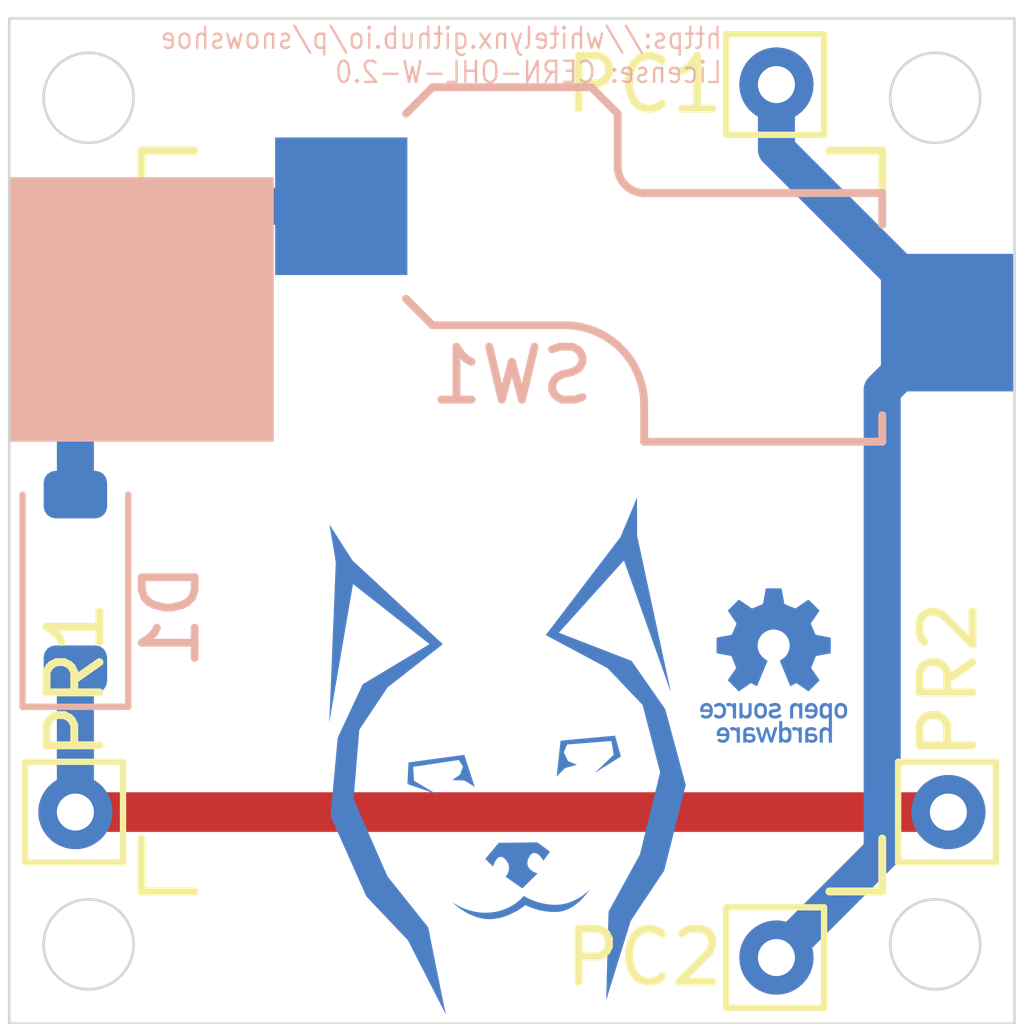
<source format=kicad_pcb>
(kicad_pcb (version 20241229) (generator "pcbnew") (generator_version "9.0")
  (title_block (title "Snowshoe Choc") (comment 1 "License: CERN-OHL-W-2.0"))
  (layers (0 "F.Cu" signal) (2 "B.Cu" signal) (13 "F.Paste" user) (15 "B.Paste" user) (5 "F.SilkS" user "F.Silkscreen") (7 "B.SilkS" user "B.Silkscreen") (1 "F.Mask" user) (3 "B.Mask" user) (25 "Edge.Cuts" user))
  (net 0 "")
  (net 1 "Net-(D1-A)")
  (net 2 "Net-(D1-K)")
  (net 3 "Net-(PC1-Pin_1)")
  (footprint "Connector_Pin:Pin_D0.7mm_L6.5mm_W1.8mm_FlatFork" (layer "F.Cu") (at 96.75 70.5)
    (property "Reference" "PR1")
    (property "Value" "Conn_01x01_Pin" (hide yes))
  )
  (footprint "Connector_Pin:Pin_D0.7mm_L6.5mm_W1.8mm_FlatFork" (layer "F.Cu") (at 110 73.25)
    (property "Reference" "PC2")
    (property "Value" "Conn_01x01_Pin" (hide yes))
  )
  (footprint "keyswitches:Kailh_socket_PG1350" (layer "F.Cu") (at 105 65 180)
    (property "Reference" "SW1")
    (property "Value" "SW_Push")
  )
  (footprint "Connector_Pin:Pin_D0.7mm_L6.5mm_W1.8mm_FlatFork" (layer "F.Cu") (at 110 56.75)
    (property "Reference" "PC1")
    (property "Value" "Conn_01x01_Pin" (hide yes))
  )
  (footprint "Connector_Pin:Pin_D0.7mm_L6.5mm_W1.8mm_FlatFork" (layer "F.Cu") (at 113.25 70.5)
    (property "Reference" "PR2")
    (property "Value" "Conn_01x01_Pin" (hide yes))
  )
  (footprint "Diode_SMD:D_SOD-123" (layer "B.Cu") (at 96.75 66.15 90)
    (property "Reference" "D1")
    (property "Value" "1N4148W")
  )
  (gr_poly (pts (xy 110.051377 69.187473) (xy 110.109638 69.187473) (xy 110.109638 69.187433) (xy 110.109638 69.157152) (xy 110.113167 69.16082) (xy 110.116888 69.164331) (xy 110.120793 69.167674) (xy 110.124872 69.170838) (xy 110.129119 69.173812) (xy 110.133524 69.176585) (xy 110.13808 69.179147) (xy 110.142777 69.181485) (xy 110.147609 69.183589) (xy 110.152567 69.185449) (xy 110.157642 69.187052) (xy 110.162826 69.188389) (xy 110.168111 69.189447) (xy 110.173489 69.190217) (xy 110.178951 69.190687) (xy 110.184489 69.190846) (xy 110.18778 69.1908) (xy 110.191013 69.190661) (xy 110.194191 69.190433) (xy 110.197312 69.190117) (xy 110.200376 69.189714) (xy 110.203384 69.189227) (xy 110.206336 69.188658) (xy 110.209232 69.188008) (xy 110.212072 69.187279) (xy 110.214856 69.186474) (xy 110.217585 69.185594) (xy 110.220257 69.184641) (xy 110.222874 69.183616) (xy 110.225436 69.182523) (xy 110.230393 69.180136) (xy 110.235128 69.177494) (xy 110.239644 69.174613) (xy 110.24394 69.171507) (xy 110.248018 69.168193) (xy 110.251878 69.164684) (xy 110.255521 69.160996) (xy 110.258947 69.157144) (xy 110.262157 69.153143) (xy 110.265024 69.149283) (xy 110.267633 69.145375) (xy 110.269994 69.141343) (xy 110.272117 69.137108) (xy 110.274013 69.132593) (xy 110.275691 69.127721) (xy 110.277161 69.122414) (xy 110.278434 69.116596) (xy 110.27952 69.110188) (xy 110.280428 69.103114) (xy 110.281169 69.095296) (xy 110.281752 69.086656) (xy 110.282488 69.066603) (xy 110.282715 69.042415) (xy 110.224454 69.042415) (xy 110.224403 69.050858) (xy 110.224202 69.059236) (xy 110.223782 69.067482) (xy 110.223073 69.07553) (xy 110.222006 69.083315) (xy 110.221316 69.087088) (xy 110.220511 69.090771) (xy 110.219582 69.094354) (xy 110.21852 69.09783) (xy 110.217316 69.10119) (xy 110.215961 69.104427) (xy 110.214448 69.107531) (xy 110.212767 69.110495) (xy 110.210909 69.113311) (xy 110.208866 69.115969) (xy 110.20663 69.118463) (xy 110.20419 69.120783) (xy 110.20154 69.122921) (xy 110.19867 69.124869) (xy 110.195571 69.126619) (xy 110.192235 69.128163) (xy 110.188653 69.129492) (xy 110.184816 69.130597) (xy 110.180716 69.131472) (xy 110.176344 69.132107) (xy 110.171691 69.132494) (xy 110.166749 69.132624) (xy 110.161808 69.132484) (xy 110.15716 69.13207) (xy 110.152795 69.131391) (xy 110.148705 69.130459) (xy 110.144881 69.129283) (xy 110.141314 69.127874) (xy 110.137995 69.126241) (xy 110.134914 69.124395) (xy 110.132065 69.122346) (xy 110.129436 69.120103) (xy 110.12702 69.117678) (xy 110.124807 69.11508) (xy 110.122789 69.112319) (xy 110.120957 69.109406) (xy 110.119302 69.10635) (xy 110.117814 69.103162) (xy 110.115308 69.096429) (xy 110.113366 69.089288) (xy 110.111918 69.081821) (xy 110.110894 69.074107) (xy 110.11022 69.066229) (xy 110.109828 69.058267) (xy 110.109599 69.042415) (xy 110.109644 69.034533) (xy 110.109828 69.026584) (xy 110.11022 69.018645) (xy 110.110894 69.010797) (xy 110.111918 69.00312) (xy 110.112585 68.99937) (xy 110.113366 68.995693) (xy 110.114271 68.992098) (xy 110.115308 68.988595) (xy 110.116486 68.985195) (xy 110.117814 68.981906) (xy 110.119302 68.978741) (xy 110.120957 68.975707) (xy 110.122789 68.972815) (xy 110.124807 68.970076) (xy 110.12702 68.967498) (xy 110.129436 68.965092) (xy 110.132065 68.962869) (xy 110.134914 68.960837) (xy 110.137995 68.959007) (xy 110.141314 68.957388) (xy 110.144881 68.955992) (xy 110.148705 68.954827) (xy 110.152795 68.953903) (xy 110.15716 68.953231) (xy 110.161808 68.952821) (xy 110.166749 68.952682) (xy 110.17174 68.952811) (xy 110.176435 68.953194) (xy 110.180844 68.953823) (xy 110.184976 68.954688) (xy 110.188838 68.955783) (xy 110.192441 68.957099) (xy 110.195794 68.958628) (xy 110.198904 68.960362) (xy 110.201782 68.962293) (xy 110.204437 68.964413) (xy 110.206876 68.966713) (xy 110.20911 68.969186) (xy 110.211148 68.971824) (xy 110.212997 68.974617) (xy 110.214668 68.977559) (xy 110.21617 68.980642) (xy 110.21751 68.983856) (xy 110.218699 68.987194) (xy 110.220658 68.99421) (xy 110.222118 69.001625) (xy 110.223151 69.009374) (xy 110.223829 69.017392) (xy 110.224225 69.025615) (xy 110.224454 69.042415) (xy 110.282715 69.042415) (xy 110.282715 69.042336) (xy 110.28266 69.029642) (xy 110.282488 69.018089) (xy 110.282189 69.007598) (xy 110.281752 68.998091) (xy 110.281169 68.989488) (xy 110.280428 68.981712) (xy 110.27952 68.974683) (xy 110.278434 68.968323) (xy 110.277161 68.962554) (xy 110.276451 68.959865) (xy 110.275691 68.957295) (xy 110.274878 68.954834) (xy 110.274013 68.95247) (xy 110.273093 68.950195) (xy 110.272117 68.947999) (xy 110.269994 68.943803) (xy 110.267633 68.939805) (xy 110.265024 68.935924) (xy 110.262157 68.932084) (xy 110.258947 68.928076) (xy 110.255521 68.924219) (xy 110.251878 68.920528) (xy 110.248018 68.917017) (xy 110.24394 68.913702) (xy 110.239644 68.910597) (xy 110.235128 68.907717) (xy 110.230393 68.905076) (xy 110.225436 68.902691) (xy 110.220257 68.900576) (xy 110.214856 68.898745) (xy 110.209232 68.897213) (xy 110.203384 68.895996) (xy 110.197312 68.895109) (xy 110.191013 68.894565) (xy 110.184489 68.894381) (xy 110.178988 68.89454) (xy 110.173629 68.895011) (xy 110.168403 68.895783) (xy 110.163306 68.896848) (xy 110.158329 68.898193) (xy 110.153467 68.89981) (xy 110.148712 68.901688) (xy 110.144057 68.903816) (xy 110.139497 68.906186) (xy 110.135024 68.908787) (xy 110.130631 68.911608) (xy 110.126312 68.91464) (xy 110.12206 68.917872) (xy 110.117868 68.921295) (xy 110.11373 68.924898) (xy 110.109638 68.928671) (xy 110.109638 68.780716) (xy 110.051377 68.780716)) (fill yes) (layer "B.Cu"))
  (gr_poly (pts (xy 109.696438 68.437039) (xy 109.692364 68.437205) (xy 109.688394 68.437478) (xy 109.684527 68.437853) (xy 109.680763 68.438326) (xy 109.677098 68.438894) (xy 109.673534 68.439552) (xy 109.670066 68.440298) (xy 109.666696 68.441126) (xy 109.66342 68.442033) (xy 109.660238 68.443015) (xy 109.657149 68.444069) (xy 109.65415 68.44519) (xy 109.651241 68.446375) (xy 109.648421 68.447619) (xy 109.645687 68.448918) (xy 109.640474 68.45167) (xy 109.635592 68.454598) (xy 109.631029 68.457671) (xy 109.626776 68.460858) (xy 109.622821 68.464129) (xy 109.619152 68.467452) (xy 109.61576 68.470796) (xy 109.612632 68.47413) (xy 109.60861 68.478726) (xy 109.604891 68.483356) (xy 109.601467 68.48808) (xy 109.598334 68.492956) (xy 109.595485 68.498044) (xy 109.592915 68.503403) (xy 109.590617 68.509093) (xy 109.588586 68.515172) (xy 109.586816 68.521699) (xy 109.585301 68.528735) (xy 109.584036 68.536339) (xy 109.583013 68.544568) (xy 109.582228 68.553484) (xy 109.581675 68.563144) (xy 109.581347 68.573609) (xy 109.581239 68.584937) (xy 109.581347 68.596272) (xy 109.581675 68.606754) (xy 109.582228 68.616442) (xy 109.583013 68.625394) (xy 109.584036 68.633666) (xy 109.585301 68.641317) (xy 109.586816 68.648405) (xy 109.588586 68.654986) (xy 109.590617 68.661119) (xy 109.592915 68.666861) (xy 109.595485 68.67227) (xy 109.598334 68.677404) (xy 109.601467 68.682321) (xy 109.604891 68.687077) (xy 109.60861 68.691731) (xy 109.612632 68.69634) (xy 109.61576 68.699674) (xy 109.619154 68.703017) (xy 109.622824 68.706338) (xy 109.626782 68.709606) (xy 109.631037 68.71279) (xy 109.635602 68.71586) (xy 109.640486 68.718784) (xy 109.645701 68.721532) (xy 109.651258 68.724072) (xy 109.657166 68.726374) (xy 109.663438 68.728407) (xy 109.670083 68.730139) (xy 109.677113 68.73154) (xy 109.684539 68.732579) (xy 109.69237 68.733226) (xy 109.700619 68.733448) (xy 109.704796 68.733392) (xy 109.708867 68.733226) (xy 109.712834 68.732954) (xy 109.716698 68.732579) (xy 109.72046 68.732107) (xy 109.724121 68.73154) (xy 109.727684 68.730883) (xy 109.731149 68.730139) (xy 109.734517 68.729312) (xy 109.737791 68.728407) (xy 109.740971 68.727426) (xy 109.744059 68.726374) (xy 109.747056 68.725255) (xy 109.749964 68.724072) (xy 109.752784 68.72283) (xy 109.755517 68.721532) (xy 109.760728 68.718784) (xy 109.765609 68.71586) (xy 109.77017 68.71279) (xy 109.774423 68.709606) (xy 109.778378 68.706338) (xy 109.782046 68.703017) (xy 109.785439 68.699674) (xy 109.788567 68.69634) (xy 109.792589 68.691731) (xy 109.79631 68.687077) (xy 109.799735 68.682321) (xy 109.802871 68.677404) (xy 109.805723 68.67227) (xy 109.808296 68.666861) (xy 109.810598 68.661119) (xy 109.812632 68.654986) (xy 109.814406 68.648405) (xy 109.815924 68.641317) (xy 109.817193 68.633666) (xy 109.818219 68.625394) (xy 109.819006 68.616442) (xy 109.819562 68.606754) (xy 109.819891 68.596272) (xy 109.819999 68.584937) (xy 109.761698 68.584937) (xy 109.761657 68.592509) (xy 109.76153 68.599408) (xy 109.761311 68.605686) (xy 109.760995 68.611394) (xy 109.760575 68.616583) (xy 109.760045 68.621303) (xy 109.759399 68.625607) (xy 109.758632 68.629546) (xy 109.757738 68.63317) (xy 109.75671 68.636531) (xy 109.755543 68.63968) (xy 109.754231 68.642668) (xy 109.752767 68.645546) (xy 109.751147 68.648365) (xy 109.749363 68.651177) (xy 109.747411 68.654033) (xy 109.745699 68.656253) (xy 109.743771 68.658395) (xy 109.741638 68.660451) (xy 109.739313 68.662412) (xy 109.736806 68.664268) (xy 109.73413 68.666011) (xy 109.731296 68.667631) (xy 109.728316 68.66912) (xy 109.725202 68.670467) (xy 109.721964 68.671664) (xy 109.718616 68.672703) (xy 109.715169 68.673573) (xy 109.711634 68.674265) (xy 109.708023 68.674771) (xy 109.704347 68.675081) (xy 109.700619 68.675187) (xy 109.696891 68.675081) (xy 109.693216 68.674769) (xy 109.689604 68.674262) (xy 109.686069 68.673567) (xy 109.682621 68.672695) (xy 109.679272 68.671654) (xy 109.676033 68.670454) (xy 109.672917 68.669105) (xy 109.669935 68.667615) (xy 109.667099 68.665993) (xy 109.664419 68.66425) (xy 109.661909 68.662395) (xy 109.659579 68.660436) (xy 109.657441 68.658383) (xy 109.655507 68.656246) (xy 109.65462 68.655148) (xy 109.653788 68.654033) (xy 109.651835 68.651178) (xy 109.650052 68.648366) (xy 109.648431 68.645549) (xy 109.646968 68.642676) (xy 109.645655 68.639697) (xy 109.644488 68.63656) (xy 109.643461 68.633217) (xy 109.642566 68.629615) (xy 109.641799 68.625706) (xy 109.641154 68.621439) (xy 109.640624 68.616763) (xy 109.640204 68.611628) (xy 109.639887 68.605984) (xy 109.639668 68.59978) (xy 109.6395 68.585493) (xy 109.639541 68.577921) (xy 109.639668 68.57102) (xy 109.639887 68.56474) (xy 109.640204 68.559031) (xy 109.640624 68.55384) (xy 109.641154 68.549116) (xy 109.641799 68.54481) (xy 109.642566 68.540869) (xy 109.643461 68.537244) (xy 109.644488 68.533882) (xy 109.645656 68.530733) (xy 109.646968 68.527746) (xy 109.648431 68.52487) (xy 109.650052 68.522053) (xy 109.651835 68.519246) (xy 109.653788 68.516397) (xy 109.655507 68.514178) (xy 109.657443 68.512035) (xy 109.659582 68.509979) (xy 109.661914 68.508019) (xy 109.664427 68.506162) (xy 109.667109 68.504419) (xy 109.669948 68.502799) (xy 109.672932 68.501311) (xy 109.67605 68.499963) (xy 109.679289 68.498766) (xy 109.682638 68.497728) (xy 109.686085 68.496858) (xy 109.689619 68.496165) (xy 109.693227 68.495659) (xy 109.696898 68.495349) (xy 109.700619 68.495243) (xy 109.704341 68.495349) (xy 109.708011 68.495661) (xy 109.711619 68.496169) (xy 109.715152 68.496863) (xy 109.718599 68.497736) (xy 109.721947 68.498776) (xy 109.725185 68.499976) (xy 109.728301 68.501326) (xy 109.731283 68.502816) (xy 109.734119 68.504437) (xy 109.736798 68.50618) (xy 109.739307 68.508035) (xy 109.741635 68.509994) (xy 109.743769 68.512047) (xy 109.745698 68.514184) (xy 109.746582 68.515282) (xy 109.747411 68.516397) (xy 109.749357 68.51924) (xy 109.751135 68.52203) (xy 109.752753 68.524818) (xy 109.754214 68.527659) (xy 109.755525 68.530604) (xy 109.756693 68.533706) (xy 109.757721 68.537018) (xy 109.758617 68.540592) (xy 109.759386 68.54448) (xy 109.760034 68.548737) (xy 109.760567 68.553413) (xy 109.760989 68.558562) (xy 109.761308 68.564236) (xy 109.761529 68.570489) (xy 109.761698 68.584937) (xy 109.819999 68.584937) (xy 109.819891 68.573701) (xy 109.819562 68.563305) (xy 109.819006 68.553694) (xy 109.818219 68.544808) (xy 109.817193 68.536593) (xy 109.815924 68.52899) (xy 109.814406 68.521943) (xy 109.812632 68.515395) (xy 109.810598 68.509289) (xy 109.808296 68.503567) (xy 109.805723 68.498174) (xy 109.802871 68.493051) (xy 109.799735 68.488142) (xy 109.79631 68.48339) (xy 109.792589 68.478739) (xy 109.788567 68.47413) (xy 109.785439 68.470796) (xy 109.782048 68.467452) (xy 109.778381 68.464129) (xy 109.774429 68.460858) (xy 109.770178 68.457671) (xy 109.765619 68.454598) (xy 109.760741 68.45167) (xy 109.755532 68.448919) (xy 109.749981 68.446375) (xy 109.744077 68.444069) (xy 109.737809 68.442033) (xy 109.731165 68.440298) (xy 109.724136 68.438894) (xy 109.716709 68.437853) (xy 109.708874 68.437205) (xy 109.700619 68.436983)) (fill yes) (layer "B.Cu"))
  (gr_poly (pts (xy 109.810734 66.271529) (xy 109.810122 66.271574) (xy 109.809514 66.271649) (xy 109.808909 66.271753) (xy 109.808308 66.271884) (xy 109.807714 66.272043) (xy 109.807125 66.272228) (xy 109.806544 66.272439) (xy 109.805972 66.272675) (xy 109.805408 66.272935) (xy 109.804855 66.273218) (xy 109.804313 66.273525) (xy 109.803783 66.273853) (xy 109.803265 66.274202) (xy 109.802762 66.274572) (xy 109.802273 66.274961) (xy 109.801801 66.27537) (xy 109.801344 66.275796) (xy 109.800906 66.27624) (xy 109.800485 66.276701) (xy 109.800084 66.277178) (xy 109.799704 66.27767) (xy 109.799344 66.278176) (xy 109.799007 66.278696) (xy 109.798693 66.279229) (xy 109.798403 66.279775) (xy 109.798138 66.280331) (xy 109.797899 66.280899) (xy 109.797686 66.281476) (xy 109.797501 66.282063) (xy 109.797345 66.282658) (xy 109.797218 66.283261) (xy 109.74618 66.557501) (xy 109.746054 66.558109) (xy 109.7459 66.558719) (xy 109.74572 66.55933) (xy 109.745512 66.559941) (xy 109.745023 66.561159) (xy 109.74444 66.562365) (xy 109.743769 66.563551) (xy 109.743018 66.56471) (xy 109.742194 66.565833) (xy 109.741304 66.566912) (xy 109.740354 66.56794) (xy 109.739353 66.568908) (xy 109.738307 66.569809) (xy 109.737223 66.570634) (xy 109.736107 66.571375) (xy 109.734968 66.572025) (xy 109.734392 66.572314) (xy 109.733812 66.572576) (xy 109.73323 66.572812) (xy 109.732647 66.573019) (xy 109.548854 66.648267) (xy 109.547714 66.648775) (xy 109.546505 66.6492) (xy 109.545238 66.649541) (xy 109.543922 66.649801) (xy 109.542569 66.649979) (xy 109.541189 66.650076) (xy 109.539793 66.650094) (xy 109.538391 66.650033) (xy 109.536995 66.649893) (xy 109.535614 66.649677) (xy 109.53426 66.649384) (xy 109.532942 66.649015) (xy 109.531673 66.648571) (xy 109.530461 66.648053) (xy 109.529319 66.647462) (xy 109.528256 66.646798) (xy 109.29914 66.489556) (xy 109.298626 66.48922) (xy 109.298096 66.48891) (xy 109.297552 66.488626) (xy 109.296995 66.488368) (xy 109.296425 66.488137) (xy 109.295845 66.487931) (xy 109.295256 66.487751) (xy 109.294657 66.487596) (xy 109.294052 66.487467) (xy 109.29344 66.487364) (xy 109.292204 66.487233) (xy 109.290957 66.487201) (xy 109.28971 66.487269) (xy 109.288471 66.487436) (xy 109.287251 66.487699) (xy 109.286058 66.488058) (xy 109.285475 66.488274) (xy 109.284903 66.488513) (xy 109.284342 66.488775) (xy 109.283795 66.489062) (xy 109.283261 66.489371) (xy 109.282742 66.489703) (xy 109.28224 66.490059) (xy 109.281756 66.490438) (xy 109.28129 66.490839) (xy 109.280844 66.491263) (xy 109.087884 66.684224) (xy 109.087456 66.684673) (xy 109.087052 66.685142) (xy 109.086672 66.685629) (xy 109.086314 66.686133) (xy 109.085981 66.686653) (xy 109.085671 66.687189) (xy 109.085122 66.6883) (xy 109.084669 66.689456) (xy 109.084313 66.69065) (xy 109.084053 66.69187) (xy 109.08389 66.693109) (xy 109.083826 66.694356) (xy 109.08386 66.695603) (xy 109.083994 66.696841) (xy 109.084228 66.698059) (xy 109.084563 66.699249) (xy 109.084768 66.699831) (xy 109.084999 66.700402) (xy 109.085255 66.700962) (xy 109.085537 66.701509) (xy 109.085844 66.702042) (xy 109.086177 66.702559) (xy 109.240681 66.927746) (xy 109.24135 66.928815) (xy 109.241943 66.929959) (xy 109.24246 66.93117) (xy 109.2429 66.932437) (xy 109.243263 66.933749) (xy 109.243547 66.935096) (xy 109.243753 66.936469) (xy 109.24388 66.937857) (xy 109.243928 66.939249) (xy 109.243896 66.940635) (xy 109.243783 66.942006) (xy 109.243588 66.943351) (xy 109.243313 66.944659) (xy 109.242955 66.945921) (xy 109.242514 66.947126) (xy 109.24199 66.948265) (xy 109.160711 67.137891) (xy 109.160252 67.139057) (xy 109.159687 67.140211) (xy 109.159022 67.141348) (xy 109.158266 67.142461) (xy 109.157428 67.143542) (xy 109.156514 67.144585) (xy 109.155534 67.145583) (xy 109.154494 67.146528) (xy 109.153404 67.147415) (xy 109.152272 67.148235) (xy 109.151105 67.148983) (xy 109.149911 67.149651) (xy 109.148699 67.150232) (xy 109.147477 67.150719) (xy 109.146252 67.151106) (xy 109.145034 67.151385) (xy 108.879882 67.200677) (xy 108.879683 67.200677) (xy 108.87908 67.200807) (xy 108.878485 67.200966) (xy 108.877899 67.201154) (xy 108.877321 67.201369) (xy 108.876754 67.20161) (xy 108.876197 67.201877) (xy 108.875652 67.202168) (xy 108.875119 67.202483) (xy 108.874599 67.202821) (xy 108.874093 67.203181) (xy 108.873125 67.203964) (xy 108.872222 67.204823) (xy 108.871388 67.205752) (xy 108.870631 67.206744) (xy 108.869957 67.207792) (xy 108.86937 67.208888) (xy 108.869112 67.209452) (xy 108.868878 67.210025) (xy 108.86867 67.210607) (xy 108.868487 67.211197) (xy 108.868331 67.211793) (xy 108.868202 67.212396) (xy 108.868101 67.213003) (xy 108.868029 67.213614) (xy 108.867987 67.214229) (xy 108.867975 67.214845) (xy 108.867975 67.487737) (xy 108.867991 67.488354) (xy 108.868036 67.488968) (xy 108.868111 67.48958) (xy 108.868215 67.490188) (xy 108.868346 67.490791) (xy 108.868505 67.491389) (xy 108.86869 67.491979) (xy 108.868901 67.492562) (xy 108.869137 67.493137) (xy 108.869397 67.493702) (xy 108.869681 67.494257) (xy 108.869987 67.494801) (xy 108.870315 67.495332) (xy 108.870664 67.495851) (xy 108.871034 67.496355) (xy 108.871423 67.496845) (xy 108.871832 67.497319) (xy 108.872258 67.497776) (xy 108.872702 67.498215) (xy 108.873163 67.498636) (xy 108.87364 67.499037) (xy 108.874132 67.499418) (xy 108.874638 67.499778) (xy 108.875158 67.500116) (xy 108.875691 67.50043) (xy 108.876237 67.50072) (xy 108.876793 67.500985) (xy 108.877361 67.501225) (xy 108.877938 67.501437) (xy 108.878525 67.501622) (xy 108.87912 67.501778) (xy 108.879723 67.501905) (xy 109.138366 67.550046) (xy 109.138977 67.550172) (xy 109.13959 67.550326) (xy 109.140202 67.550508) (xy 109.140814 67.550716) (xy 109.142031 67.551207) (xy 109.143233 67.551794) (xy 109.144413 67.552468) (xy 109.145563 67.553223) (xy 109.146676 67.554052) (xy 109.147743 67.554948) (xy 109.148757 67.555903) (xy 109.14971 67.55691) (xy 109.150595 67.557963) (xy 109.151404 67.559054) (xy 109.152129 67.560176) (xy 109.152763 67.561323) (xy 109.153297 67.562486) (xy 109.153525 67.563072) (xy 109.153725 67.563659) (xy 109.234489 67.765351) (xy 109.23499 67.766497) (xy 109.235408 67.767711) (xy 109.235742 67.768982) (xy 109.235995 67.770299) (xy 109.236167 67.771653) (xy 109.236258 67.773033) (xy 109.236271 67.774428) (xy 109.236206 67.775828) (xy 109.236063 67.777223) (xy 109.235844 67.778601) (xy 109.23555 67.779953) (xy 109.235181 67.781268) (xy 109.234739 67.782535) (xy 109.234224 67.783745) (xy 109.233638 67.784886) (xy 109.232981 67.785949) (xy 109.086058 68.000023) (xy 109.085721 68.000537) (xy 109.085411 68.001067) (xy 109.085127 68.001612) (xy 109.08487 68.00217) (xy 109.084638 68.00274) (xy 109.084432 68.003321) (xy 109.084252 68.003912) (xy 109.084098 68.004512) (xy 109.083969 68.005119) (xy 109.083865 68.005732) (xy 109.083734 68.006972) (xy 109.083703 68.008222) (xy 109.083771 68.009474) (xy 109.083937 68.010716) (xy 109.0842 68.01194) (xy 109.08456 68.013135) (xy 109.084775 68.01372) (xy 109.085014 68.014294) (xy 109.085277 68.014856) (xy 109.085563 68.015405) (xy 109.085872 68.01594) (xy 109.086205 68.016459) (xy 109.086561 68.016962) (xy 109.086939 68.017447) (xy 109.08734 68.017913) (xy 109.087765 68.018359) (xy 109.280765 68.211319) (xy 109.281207 68.211743) (xy 109.281669 68.212144) (xy 109.282151 68.212522) (xy 109.28265 68.212877) (xy 109.283166 68.213209) (xy 109.283697 68.213517) (xy 109.284801 68.214064) (xy 109.285953 68.214516) (xy 109.287143 68.214873) (xy 109.288362 68.215134) (xy 109.2896 68.215298) (xy 109.290848 68.215364) (xy 109.292096 68.215332) (xy 109.293335 68.215201) (xy 109.294556 68.214969) (xy 109.295748 68.214637) (xy 109.29633 68.214432) (xy 109.296902 68.214203) (xy 109.297463 68.213947) (xy 109.29801 68.213666) (xy 109.298543 68.213359) (xy 109.299061 68.213026) (xy 109.509365 68.068682) (xy 109.510425 68.06803) (xy 109.511559 68.067459) (xy 109.512758 68.066967) (xy 109.514011 68.066557) (xy 109.515307 68.066227) (xy 109.516637 68.065978) (xy 109.51799 68.065811) (xy 109.519356 68.065726) (xy 109.520725 68.065722) (xy 109.522087 68.0658) (xy 109.52343 68.065961) (xy 109.524746 68.066204) (xy 109.526024 68.06653) (xy 109.527253 68.066939) (xy 109.528424 68.067432) (xy 109.529526 68.068008) (xy 109.622276 68.117538) (xy 109.622829 68.117804) (xy 109.623387 68.118039) (xy 109.623949 68.118241) (xy 109.624514 68.118412) (xy 109.625081 68.118552) (xy 109.625649 68.118662) (xy 109.626217 68.118741) (xy 109.626783 68.11879) (xy 109.627348 68.118809) (xy 109.62791 68.118799) (xy 109.628467 68.118761) (xy 109.62902 68.118694) (xy 109.629566 68.118598) (xy 109.630106 68.118475) (xy 109.630638 68.118325) (xy 109.631161 68.118148) (xy 109.631674 68.117944) (xy 109.632176 68.117714) (xy 109.632666 68.117458) (xy 109.633144 68.117176) (xy 109.633607 68.116869) (xy 109.634056 68.116538) (xy 109.634489 68.116182) (xy 109.634906 68.115802) (xy 109.635304 68.115398) (xy 109.635684 68.114971) (xy 109.636044 68.114522) (xy 109.636384 68.114049) (xy 109.636702 68.113555) (xy 109.636997 68.113038) (xy 109.637269 68.1125) (xy 109.637516 68.111942) (xy 109.82873 67.64986) (xy 109.828953 67.649286) (xy 109.829147 67.648704) (xy 109.829312 67.648113) (xy 109.829448 67.647517) (xy 109.829556 67.646914) (xy 109.829636 67.646308) (xy 109.829689 67.645698) (xy 109.829714 67.645087) (xy 109.829713 67.644474) (xy 109.829685 67.643861) (xy 109.829631 67.643249) (xy 109.829551 67.64264) (xy 109.829446 67.642034) (xy 109.829316 67.641432) (xy 109.829162 67.640836) (xy 109.828983 67.640246) (xy 109.828781 67.639664) (xy 109.828555 67.639091) (xy 109.828305 67.638527) (xy 109.828034 67.637975) (xy 109.827739 67.637434) (xy 109.827423 67.636907) (xy 109.827085 67.636394) (xy 109.826726 67.635896) (xy 109.826347 67.635415) (xy 109.825946 67.634951) (xy 109.825526 67.634506) (xy 109.825085 67.63408) (xy 109.824626 67.633675) (xy 109.824147 67.633292) (xy 109.82365 67.632932) (xy 109.823134 67.632596) (xy 109.799917 67.618388) (xy 109.798243 67.617323) (xy 109.796457 67.616108) (xy 109.794593 67.614772) (xy 109.792684 67.613338) (xy 109.790764 67.611833) (xy 109.788866 67.610284) (xy 109.787025 67.608717) (xy 109.785272 67.607156) (xy 109.769908 67.596646) (xy 109.755245 67.585232) (xy 109.741324 67.572954) (xy 109.728184 67.559853) (xy 109.715866 67.545969) (xy 109.704408 67.531341) (xy 109.693852 67.51601) (xy 109.684238 67.500015) (xy 109.675604 67.483397) (xy 109.667993 67.466194) (xy 109.661442 67.448448) (xy 109.655993 67.430198) (xy 109.651685 67.411484) (xy 109.648558 67.392346) (xy 109.646653 67.372824) (xy 109.646009 67.352958) (xy 109.646402 67.33743) (xy 109.647567 67.322106) (xy 109.649487 67.307005) (xy 109.652141 67.292145) (xy 109.655511 67.277545) (xy 109.659578 67.263225) (xy 109.664323 67.249204) (xy 109.669728 67.2355) (xy 109.675772 67.222132) (xy 109.682437 67.20912) (xy 109.689704 67.196482) (xy 109.697555 67.184238) (xy 109.705969 67.172406) (xy 109.714929 67.161005) (xy 109.724415 67.150055) (xy 109.734408 67.139573) (xy 109.744889 67.12958) (xy 109.755839 67.120094) (xy 109.76724 67.111135) (xy 109.779072 67.10272) (xy 109.791317 67.09487) (xy 109.803955 67.087603) (xy 109.816967 67.080937) (xy 109.830334 67.074893) (xy 109.844038 67.069489) (xy 109.85806 67.064744) (xy 109.87238 67.060677) (xy 109.886979 67.057306) (xy 109.901839 67.054652) (xy 109.916941 67.052733) (xy 109.932265 67.051567) (xy 109.947793 67.051174) (xy 109.96332 67.051567) (xy 109.978644 67.052732) (xy 109.993746 67.054651) (xy 110.008606 67.057305) (xy 110.023205 67.060674) (xy 110.037525 67.06474) (xy 110.051547 67.069485) (xy 110.065251 67.074888) (xy 110.078618 67.080931) (xy 110.091631 67.087595) (xy 110.104268 67.094861) (xy 110.116513 67.10271) (xy 110.128345 67.111123) (xy 110.139746 67.120082) (xy 110.150696 67.129566) (xy 110.161177 67.139558) (xy 110.17117 67.150039) (xy 110.180656 67.160989) (xy 110.189616 67.172389) (xy 110.19803 67.18422) (xy 110.205881 67.196465) (xy 110.213148 67.209103) (xy 110.219813 67.222115) (xy 110.225858 67.235483) (xy 110.231262 67.249188) (xy 110.236007 67.263211) (xy 110.240074 67.277532) (xy 110.243444 67.292133) (xy 110.246099 67.306996) (xy 110.248018 67.3221) (xy 110.249184 67.337427) (xy 110.249576 67.352958) (xy 110.249415 67.362932) (xy 110.248932 67.372824) (xy 110.248135 67.38263) (xy 110.247027 67.392344) (xy 110.245614 67.401963) (xy 110.2439 67.411481) (xy 110.241892 67.420892) (xy 110.239592 67.430192) (xy 110.237008 67.439377) (xy 110.234143 67.44844) (xy 110.231003 67.457377) (xy 110.227593 67.466184) (xy 110.223917 67.474854) (xy 110.219981 67.483384) (xy 110.211347 67.5) (xy 110.201733 67.515993) (xy 110.191177 67.531324) (xy 110.17972 67.545951) (xy 110.167401 67.559837) (xy 110.154261 67.572939) (xy 110.14034 67.58522) (xy 110.125677 67.596639) (xy 110.110313 67.607156) (xy 110.108547 67.608717) (xy 110.106696 67.610284) (xy 110.104791 67.611833) (xy 110.102866 67.613338) (xy 110.100955 67.614771) (xy 110.099089 67.616108) (xy 110.097303 67.617323) (xy 110.095629 67.618388) (xy 110.072411 67.632596) (xy 110.071896 67.632929) (xy 110.071398 67.633286) (xy 110.07092 67.633666) (xy 110.07046 67.634069) (xy 110.07002 67.634493) (xy 110.069599 67.634936) (xy 110.068819 67.63588) (xy 110.068122 67.63689) (xy 110.067512 67.637957) (xy 110.066991 67.639074) (xy 110.066562 67.640231) (xy 110.066229 67.641419) (xy 110.065994 67.642629) (xy 110.065861 67.643853) (xy 110.065831 67.645081) (xy 110.065909 67.646305) (xy 110.065989 67.646912) (xy 110.066097 67.647515) (xy 110.066233 67.648112) (xy 110.066398 67.648703) (xy 110.066592 67.649286) (xy 110.066815 67.64986) (xy 110.25803 68.111942) (xy 110.258277 68.1125) (xy 110.258548 68.113038) (xy 110.258844 68.113555) (xy 110.259161 68.114049) (xy 110.259501 68.114522) (xy 110.259861 68.114971) (xy 110.260241 68.115398) (xy 110.26064 68.115802) (xy 110.261056 68.116182) (xy 110.261489 68.116538) (xy 110.261938 68.116869) (xy 110.262402 68.117176) (xy 110.262879 68.117458) (xy 110.263369 68.117714) (xy 110.263872 68.117944) (xy 110.264385 68.118148) (xy 110.264907 68.118325) (xy 110.265439 68.118475) (xy 110.265979 68.118598) (xy 110.266526 68.118694) (xy 110.267078 68.118761) (xy 110.267636 68.118799) (xy 110.268197 68.118809) (xy 110.268762 68.11879) (xy 110.269329 68.118741) (xy 110.269896 68.118662) (xy 110.270464 68.118552) (xy 110.271031 68.118412) (xy 110.271596 68.118241) (xy 110.272158 68.118039) (xy 110.272716 68.117804) (xy 110.27327 68.117538) (xy 110.366019 68.068008) (xy 110.367121 68.067425) (xy 110.368292 68.066928) (xy 110.369521 68.066516) (xy 110.370799 68.066188) (xy 110.372115 68.065943) (xy 110.373459 68.065783) (xy 110.37482 68.065705) (xy 110.376189 68.065711) (xy 110.377555 68.065798) (xy 110.378908 68.065968) (xy 110.380238 68.066219) (xy 110.381535 68.066551) (xy 110.382787 68.066964) (xy 110.383986 68.067457) (xy 110.38512 68.06803) (xy 110.386181 68.068682) (xy 110.596485 68.213026) (xy 110.597002 68.213359) (xy 110.597536 68.213666) (xy 110.598083 68.213947) (xy 110.598643 68.214203) (xy 110.599215 68.214432) (xy 110.599798 68.214637) (xy 110.60039 68.214816) (xy 110.60099 68.214969) (xy 110.602211 68.215201) (xy 110.603451 68.215332) (xy 110.604701 68.215364) (xy 110.60595 68.215298) (xy 110.60719 68.215134) (xy 110.608412 68.214873) (xy 110.609605 68.214516) (xy 110.610188 68.214302) (xy 110.610761 68.214064) (xy 110.611322 68.213802) (xy 110.61187 68.213517) (xy 110.612404 68.213209) (xy 110.612922 68.212877) (xy 110.613424 68.212522) (xy 110.613909 68.212144) (xy 110.614375 68.211743) (xy 110.61482 68.211319) (xy 110.807821 68.018359) (xy 110.808244 68.017913) (xy 110.808645 68.017447) (xy 110.809023 68.016963) (xy 110.809378 68.016461) (xy 110.80971 68.015942) (xy 110.810019 68.015408) (xy 110.810565 68.014299) (xy 110.811017 68.013144) (xy 110.811374 68.01195) (xy 110.811635 68.010729) (xy 110.811799 68.009488) (xy 110.811866 68.008239) (xy 110.811833 68.00699) (xy 110.811702 68.00575) (xy 110.811471 68.004529) (xy 110.811138 68.003336) (xy 110.810934 68.002754) (xy 110.810704 68.002181) (xy 110.810448 68.001621) (xy 110.810167 68.001074) (xy 110.80986 68.000541) (xy 110.809527 68.000023) (xy 110.662604 67.785949) (xy 110.661933 67.784886) (xy 110.661336 67.783745) (xy 110.660813 67.782535) (xy 110.660364 67.781268) (xy 110.659991 67.779953) (xy 110.659693 67.778601) (xy 110.659473 67.777223) (xy 110.65933 67.775828) (xy 110.659265 67.774428) (xy 110.659279 67.773033) (xy 110.659372 67.771653) (xy 110.659546 67.770299) (xy 110.6598 67.768982) (xy 110.660136 67.767711) (xy 110.660555 67.766497) (xy 110.661056 67.765351) (xy 110.74182 67.563659) (xy 110.742249 67.562486) (xy 110.742785 67.561323) (xy 110.74342 67.560176) (xy 110.744148 67.559054) (xy 110.744959 67.557963) (xy 110.745846 67.55691) (xy 110.746802 67.555903) (xy 110.747818 67.554948) (xy 110.748887 67.554052) (xy 110.75 67.553223) (xy 110.75115 67.552468) (xy 110.752329 67.551794) (xy 110.75353 67.551207) (xy 110.754743 67.550716) (xy 110.755963 67.550326) (xy 110.756572 67.550172) (xy 110.757179 67.550046) (xy 111.015823 67.501905) (xy 111.016426 67.501778) (xy 111.017021 67.501622) (xy 111.017608 67.501437) (xy 111.018186 67.501225) (xy 111.018755 67.500985) (xy 111.019313 67.50072) (xy 111.019859 67.50043) (xy 111.020394 67.500115) (xy 111.020915 67.499778) (xy 111.021423 67.499418) (xy 111.022395 67.498636) (xy 111.023303 67.497776) (xy 111.024142 67.496845) (xy 111.024905 67.495851) (xy 111.025586 67.494801) (xy 111.026179 67.493702) (xy 111.026441 67.493137) (xy 111.026678 67.492562) (xy 111.02689 67.491979) (xy 111.027076 67.491389) (xy 111.027236 67.490791) (xy 111.027369 67.490188) (xy 111.027473 67.48958) (xy 111.027549 67.488968) (xy 111.027594 67.488354) (xy 111.02761 67.487737) (xy 111.02761 67.214845) (xy 111.027595 67.214229) (xy 111.027549 67.213614) (xy 111.027474 67.213003) (xy 111.02737 67.212396) (xy 111.027239 67.211793) (xy 111.02708 67.211197) (xy 111.026895 67.210607) (xy 111.026684 67.210025) (xy 111.026448 67.209452) (xy 111.026188 67.208888) (xy 111.025905 67.208334) (xy 111.025599 67.207792) (xy 111.02527 67.207261) (xy 111.024921 67.206744) (xy 111.024551 67.206241) (xy 111.024162 67.205752) (xy 111.023754 67.205279) (xy 111.023327 67.204823) (xy 111.022883 67.204384) (xy 111.022422 67.203964) (xy 111.021945 67.203562) (xy 111.021454 67.203181) (xy 111.020947 67.202821) (xy 111.020427 67.202483) (xy 111.019894 67.202168) (xy 111.019349 67.201877) (xy 111.018792 67.20161) (xy 111.018224 67.201369) (xy 111.017647 67.201154) (xy 111.01706 67.200966) (xy 111.016465 67.200807) (xy 111.015862 67.200677) (xy 110.75071 67.151385) (xy 110.750102 67.151259) (xy 110.749492 67.151106) (xy 110.74888 67.150925) (xy 110.748267 67.150719) (xy 110.747045 67.150232) (xy 110.745833 67.149651) (xy 110.744639 67.148983) (xy 110.743472 67.148235) (xy 110.74234 67.147415) (xy 110.74125 67.146528) (xy 110.74021 67.145583) (xy 110.73923 67.144585) (xy 110.738316 67.143542) (xy 110.737478 67.142461) (xy 110.736722 67.141348) (xy 110.736057 67.140211) (xy 110.735762 67.139636) (xy 110.735492 67.139057) (xy 110.735249 67.138475) (xy 110.735034 67.137891) (xy 110.653754 66.948265) (xy 110.65323 66.947126) (xy 110.652791 66.94592) (xy 110.652435 66.944656) (xy 110.652161 66.943345) (xy 110.651968 66.941998) (xy 110.651857 66.940625) (xy 110.651825 66.939236) (xy 110.651873 66.937842) (xy 110.652 66.936453) (xy 110.652205 66.935079) (xy 110.652486 66.933731) (xy 110.652844 66.93242) (xy 110.653277 66.931155) (xy 110.653786 66.929948) (xy 110.654368 66.928808) (xy 110.655024 66.927746) (xy 110.809527 66.702559) (xy 110.809864 66.702041) (xy 110.810174 66.701508) (xy 110.810458 66.700961) (xy 110.810715 66.700401) (xy 110.810947 66.699829) (xy 110.811153 66.699246) (xy 110.811333 66.698654) (xy 110.811487 66.698053) (xy 110.811616 66.697446) (xy 110.81172 66.696833) (xy 110.811851 66.695593) (xy 110.811882 66.694343) (xy 110.811814 66.693094) (xy 110.811648 66.691854) (xy 110.811385 66.690632) (xy 110.811025 66.689439) (xy 110.81081 66.688856) (xy 110.810571 66.688283) (xy 110.810308 66.687722) (xy 110.810022 66.687174) (xy 110.809713 66.68664) (xy 110.80938 66.686122) (xy 110.809025 66.685619) (xy 110.808646 66.685135) (xy 110.808245 66.684669) (xy 110.807821 66.684224) (xy 110.61486 66.491263) (xy 110.614414 66.490835) (xy 110.613949 66.490431) (xy 110.613464 66.49005) (xy 110.612962 66.489692) (xy 110.612443 66.489358) (xy 110.61191 66.489047) (xy 110.610801 66.488496) (xy 110.609645 66.488041) (xy 110.608452 66.487681) (xy 110.60723 66.487419) (xy 110.60599 66.487255) (xy 110.60474 66.487189) (xy 110.603491 66.487222) (xy 110.602251 66.487356) (xy 110.60103 66.487591) (xy 110.599838 66.487927) (xy 110.599255 66.488134) (xy 110.598683 66.488367) (xy 110.598123 66.488625) (xy 110.597575 66.488909) (xy 110.597042 66.48922) (xy 110.596524 66.489556) (xy 110.367409 66.646798) (xy 110.366353 66.647455) (xy 110.365216 66.64804) (xy 110.36401 66.648553) (xy 110.362745 66.648992) (xy 110.361431 66.649358) (xy 110.360078 66.649649) (xy 110.358699 66.649864) (xy 110.357303 66.650003) (xy 110.355901 66.650065) (xy 110.354503 66.650049) (xy 110.353121 66.649953) (xy 110.351765 66.649779) (xy 110.350445 66.649523) (xy 110.349172 66.649187) (xy 110.347957 66.648768) (xy 110.346811 66.648267) (xy 110.162978 66.573019) (xy 110.161813 66.572576) (xy 110.160658 66.572025) (xy 110.159521 66.571375) (xy 110.158408 66.570634) (xy 110.157326 66.569809) (xy 110.156282 66.568908) (xy 110.155283 66.56794) (xy 110.154336 66.566912) (xy 110.153448 66.565833) (xy 110.152625 66.56471) (xy 110.151874 66.563551) (xy 110.151202 66.562365) (xy 110.150617 66.561159) (xy 110.150124 66.559941) (xy 110.149731 66.558719) (xy 110.149445 66.557501) (xy 110.098407 66.283261) (xy 110.09828 66.282658) (xy 110.098124 66.282063) (xy 110.097939 66.281476) (xy 110.097726 66.280899) (xy 110.097487 66.280331) (xy 110.097222 66.279775) (xy 110.096932 66.279229) (xy 110.096618 66.278696) (xy 110.09628 66.278176) (xy 110.095921 66.27767) (xy 110.09514 66.276701) (xy 110.094281 66.275796) (xy 110.093351 66.274961) (xy 110.092359 66.274202) (xy 110.091312 66.273525) (xy 110.090217 66.272935) (xy 110.089081 66.272439) (xy 110.0885 66.272228) (xy 110.087911 66.272043) (xy 110.087317 66.271884) (xy 110.086716 66.271753) (xy 110.086111 66.271649) (xy 110.085503 66.271574) (xy 110.084891 66.271529) (xy 110.084278 66.271513) (xy 109.811347 66.271513)) (fill yes) (layer "B.Cu"))
  (gr_poly (pts (xy 107.367972 65.280583) (xy 108.007887 68.247396) (xy 107.117939 65.744844) (xy 105.887934 67.110607) (xy 107.261941 67.642325) (xy 107.900051 68.556824) (xy 108.286624 69.990706) (xy 107.878749 71.607163) (xy 107.246837 72.555842) (xy 106.781975 74.055377) (xy 106.826806 72.38103) (xy 107.420626 71.298819) (xy 107.801603 69.75) (xy 107.470693 68.477391) (xy 106.807911 67.780669) (xy 105.639708 67.155015) (xy 107.052889 65.301103) (xy 107.364422 64.557865)) (fill yes) (layer "B.Cu"))
  (gr_poly (pts (xy 109.300172 68.730035) (xy 109.358434 68.730035) (xy 109.358434 68.699158) (xy 109.359545 68.699158) (xy 109.363061 68.70331) (xy 109.36676 68.707194) (xy 109.370636 68.710811) (xy 109.374683 68.71416) (xy 109.378894 68.71724) (xy 109.383264 68.720053) (xy 109.387787 68.722598) (xy 109.392456 68.724875) (xy 109.397265 68.726885) (xy 109.402209 68.728626) (xy 109.407281 68.730099) (xy 109.412475 68.731305) (xy 109.417786 68.732242) (xy 109.423207 68.732912) (xy 109.428732 68.733314) (xy 109.434356 68.733448) (xy 109.438653 68.733346) (xy 109.442974 68.733041) (xy 109.451644 68.731822) (xy 109.460281 68.729799) (xy 109.464561 68.728488) (xy 109.468801 68.726977) (xy 109.472992 68.725268) (xy 109.477122 68.723362) (xy 109.481181 68.721258) (xy 109.485158 68.718959) (xy 109.489043 68.716464) (xy 109.492826 68.713775) (xy 109.496497 68.710891) (xy 109.500043 68.707815) (xy 109.503456 68.704546) (xy 109.506725 68.701085) (xy 109.509839 68.697434) (xy 109.512788 68.693592) (xy 109.515561 68.68956) (xy 109.518147 68.68534) (xy 109.520538 68.680932) (xy 109.52272 68.676337) (xy 109.524686 68.671555) (xy 109.526423 68.666587) (xy 109.527922 68.661434) (xy 109.529172 68.656097) (xy 109.530162 68.650576) (xy 109.530882 68.644873) (xy 109.531322 68.638987) (xy 109.531471 68.632919) (xy 109.53151 68.63292) (xy 109.53151 68.440396) (xy 109.473249 68.440396) (xy 109.473249 68.612917) (xy 109.473176 68.616563) (xy 109.47296 68.620111) (xy 109.472602 68.62356) (xy 109.472108 68.626908) (xy 109.471479 68.630154) (xy 109.47072 68.633298) (xy 109.469833 68.636338) (xy 109.468821 68.639273) (xy 109.467688 68.642101) (xy 109.466437 68.644823) (xy 109.465072 68.647435) (xy 109.463595 68.649938) (xy 109.462009 68.652331) (xy 109.460319 68.654611) (xy 109.458526 68.656778) (xy 109.456635 68.658831) (xy 109.454648 68.660768) (xy 109.45257 68.662589) (xy 109.450402 68.664292) (xy 109.448148 68.665876) (xy 109.445812 68.66734) (xy 109.443396 68.668682) (xy 109.440904 68.669903) (xy 109.43834 68.670999) (xy 109.435705 68.671971) (xy 109.433004 68.672818) (xy 109.43024 68.673537) (xy 109.427416 68.674128) (xy 109.424535 68.674589) (xy 109.4216 68.674921) (xy 109.418615 68.67512) (xy 109.415583 68.675187) (xy 109.412553 68.67512) (xy 109.409572 68.674921) (xy 109.406644 68.674589) (xy 109.403773 68.674128) (xy 109.40096 68.673537) (xy 109.39821 68.672818) (xy 109.395524 68.671971) (xy 109.392907 68.670999) (xy 109.390362 68.669903) (xy 109.38789 68.668682) (xy 109.385496 68.66734) (xy 109.383182 68.665876) (xy 109.380951 68.664292) (xy 109.378807 68.662589) (xy 109.376752 68.660768) (xy 109.37479 68.658831) (xy 109.372923 68.656778) (xy 109.371154 68.654611) (xy 109.369487 68.652331) (xy 109.367925 68.649938) (xy 109.36647 68.647435) (xy 109.365125 68.644823) (xy 109.363895 68.642101) (xy 109.362781 68.639273) (xy 109.361787 68.636338) (xy 109.360915 68.633298) (xy 109.360169 68.630154) (xy 109.359553 68.626908) (xy 109.359067 68.62356) (xy 109.358717 68.620111) (xy 109.358505 68.616563) (xy 109.358433 68.612917) (xy 109.358433 68.440396) (xy 109.300172 68.440396)) (fill yes) (layer "B.Cu"))
  (gr_poly (pts (xy 104.297926 70.024464) (xy 104.105655 69.905684) (xy 103.875066 69.894701) (xy 104.022761 69.788693) (xy 104.073588 69.637116) (xy 103.996261 69.516004) (xy 103.134988 69.644992) (xy 103.151356 69.908564) (xy 103.576712 70.161846) (xy 103.025768 69.970095) (xy 103.044874 69.562159) (xy 104.100638 69.417555)) (fill yes) (layer "B.Cu"))
  (gr_poly (pts (xy 111.213457 68.437039) (xy 111.209385 68.437205) (xy 111.205418 68.437478) (xy 111.201554 68.437852) (xy 111.197791 68.438326) (xy 111.194128 68.438894) (xy 111.190564 68.439552) (xy 111.187098 68.440297) (xy 111.183728 68.441126) (xy 111.180453 68.442033) (xy 111.177271 68.443015) (xy 111.174181 68.444069) (xy 111.171182 68.44519) (xy 111.168273 68.446374) (xy 111.165451 68.447618) (xy 111.162716 68.448918) (xy 111.157501 68.45167) (xy 111.152617 68.454597) (xy 111.148052 68.45767) (xy 111.143797 68.460858) (xy 111.139839 68.464129) (xy 111.136169 68.467451) (xy 111.132775 68.470795) (xy 111.129647 68.47413) (xy 111.125618 68.478726) (xy 111.121892 68.483356) (xy 111.118464 68.48808) (xy 111.115326 68.492956) (xy 111.112473 68.498044) (xy 111.1099 68.503403) (xy 111.107599 68.509092) (xy 111.105566 68.515171) (xy 111.103795 68.521699) (xy 111.102279 68.528735) (xy 111.101012 68.536338) (xy 111.099989 68.544568) (xy 111.099204 68.553484) (xy 111.09865 68.563144) (xy 111.098322 68.573609) (xy 111.098214 68.584937) (xy 111.098323 68.596272) (xy 111.098652 68.606754) (xy 111.099207 68.616442) (xy 111.099995 68.625394) (xy 111.10102 68.633666) (xy 111.102289 68.641317) (xy 111.103808 68.648404) (xy 111.105581 68.654986) (xy 111.107616 68.661119) (xy 111.109917 68.666861) (xy 111.112491 68.67227) (xy 111.115343 68.677404) (xy 111.118478 68.68232) (xy 111.121904 68.687077) (xy 111.125625 68.691731) (xy 111.129647 68.69634) (xy 111.132781 68.699674) (xy 111.13618 68.703016) (xy 111.139854 68.706337) (xy 111.143813 68.709605) (xy 111.14807 68.71279) (xy 111.152634 68.71586) (xy 111.157518 68.718784) (xy 111.162731 68.721531) (xy 111.168286 68.724072) (xy 111.174192 68.726374) (xy 111.180461 68.728406) (xy 111.187104 68.730139) (xy 111.194132 68.73154) (xy 111.201555 68.732579) (xy 111.209386 68.733225) (xy 111.217634 68.733448) (xy 111.221811 68.733391) (xy 111.225883 68.733225) (xy 111.22985 68.732953) (xy 111.233714 68.732579) (xy 111.237477 68.732107) (xy 111.24114 68.73154) (xy 111.244704 68.730883) (xy 111.24817 68.730139) (xy 111.25154 68.729312) (xy 111.254815 68.728406) (xy 111.257997 68.727426) (xy 111.261087 68.726374) (xy 111.264086 68.725254) (xy 111.266995 68.724072) (xy 111.269817 68.72283) (xy 111.272552 68.721532) (xy 111.277767 68.718784) (xy 111.282651 68.71586) (xy 111.287216 68.71279) (xy 111.291471 68.709605) (xy 111.295429 68.706337) (xy 111.299099 68.703016) (xy 111.302493 68.699674) (xy 111.305621 68.69634) (xy 111.309643 68.691731) (xy 111.313362 68.687077) (xy 111.316786 68.68232) (xy 111.319919 68.677404) (xy 111.322768 68.67227) (xy 111.325338 68.666861) (xy 111.327636 68.661119) (xy 111.329667 68.654986) (xy 111.331437 68.648404) (xy 111.332952 68.641317) (xy 111.334217 68.633666) (xy 111.33524 68.625394) (xy 111.336025 68.616442) (xy 111.336578 68.606754) (xy 111.336906 68.596272) (xy 111.337014 68.584937) (xy 111.278753 68.584937) (xy 111.278712 68.592509) (xy 111.278585 68.599408) (xy 111.278366 68.605686) (xy 111.27805 68.611394) (xy 111.277629 68.616583) (xy 111.277099 68.621303) (xy 111.276454 68.625607) (xy 111.275687 68.629546) (xy 111.274792 68.63317) (xy 111.273765 68.636531) (xy 111.272598 68.63968) (xy 111.271285 68.642668) (xy 111.269822 68.645546) (xy 111.268201 68.648365) (xy 111.266418 68.651177) (xy 111.264465 68.654033) (xy 111.262746 68.656253) (xy 111.260811 68.658395) (xy 111.258671 68.660451) (xy 111.256339 68.662412) (xy 111.253826 68.664268) (xy 111.251144 68.666011) (xy 111.248305 68.667631) (xy 111.245321 68.66912) (xy 111.242203 68.670467) (xy 111.238964 68.671664) (xy 111.235615 68.672703) (xy 111.232168 68.673573) (xy 111.228634 68.674265) (xy 111.225026 68.674771) (xy 111.221356 68.675081) (xy 111.217634 68.675187) (xy 111.213912 68.675081) (xy 111.210242 68.674769) (xy 111.206634 68.674262) (xy 111.2031 68.673567) (xy 111.199653 68.672695) (xy 111.196304 68.671654) (xy 111.193065 68.670454) (xy 111.189947 68.669105) (xy 111.186963 68.667615) (xy 111.184124 68.665993) (xy 111.181442 68.66425) (xy 111.178929 68.662395) (xy 111.176597 68.660436) (xy 111.174457 68.658383) (xy 111.172522 68.656246) (xy 111.171635 68.655148) (xy 111.170803 68.654033) (xy 111.16885 68.651178) (xy 111.167067 68.648366) (xy 111.165446 68.645549) (xy 111.163983 68.642676) (xy 111.16267 68.639697) (xy 111.161503 68.63656) (xy 111.160476 68.633217) (xy 111.159581 68.629615) (xy 111.158814 68.625706) (xy 111.158169 68.621439) (xy 111.157639 68.616763) (xy 111.157218 68.611628) (xy 111.156902 68.605984) (xy 111.156683 68.59978) (xy 111.156515 68.585493) (xy 111.156556 68.577921) (xy 111.156683 68.57102) (xy 111.156902 68.56474) (xy 111.157218 68.559031) (xy 111.157639 68.55384) (xy 111.158169 68.549116) (xy 111.158814 68.54481) (xy 111.159581 68.540869) (xy 111.160476 68.537244) (xy 111.161503 68.533882) (xy 111.16267 68.530733) (xy 111.163983 68.527746) (xy 111.165446 68.52487) (xy 111.167067 68.522053) (xy 111.16885 68.519246) (xy 111.170803 68.516397) (xy 111.172522 68.514178) (xy 111.174456 68.512035) (xy 111.176594 68.509979) (xy 111.178924 68.508019) (xy 111.181434 68.506162) (xy 111.184114 68.504419) (xy 111.18695 68.502799) (xy 111.189932 68.501311) (xy 111.193048 68.499963) (xy 111.196286 68.498766) (xy 111.199635 68.497728) (xy 111.203084 68.496858) (xy 111.206619 68.496165) (xy 111.21023 68.495659) (xy 111.213906 68.495349) (xy 111.217634 68.495243) (xy 111.221362 68.495349) (xy 111.225038 68.495661) (xy 111.228649 68.496169) (xy 111.232184 68.496863) (xy 111.235633 68.497736) (xy 111.238982 68.498776) (xy 111.24222 68.499976) (xy 111.245336 68.501326) (xy 111.248318 68.502816) (xy 111.251154 68.504437) (xy 111.253834 68.50618) (xy 111.256344 68.508035) (xy 111.258674 68.509994) (xy 111.260812 68.512047) (xy 111.262746 68.514184) (xy 111.263633 68.515282) (xy 111.264465 68.516397) (xy 111.266411 68.51924) (xy 111.26819 68.52203) (xy 111.269807 68.524818) (xy 111.271269 68.527659) (xy 111.27258 68.530604) (xy 111.273747 68.533706) (xy 111.274776 68.537018) (xy 111.275672 68.540592) (xy 111.276441 68.54448) (xy 111.277089 68.548737) (xy 111.277621 68.553413) (xy 111.278044 68.558562) (xy 111.278363 68.564236) (xy 111.278583 68.570489) (xy 111.278753 68.584937) (xy 111.337014 68.584937) (xy 111.336906 68.573701) (xy 111.336578 68.563305) (xy 111.336025 68.553693) (xy 111.33524 68.544808) (xy 111.334217 68.536593) (xy 111.332952 68.52899) (xy 111.331437 68.521943) (xy 111.329667 68.515395) (xy 111.327636 68.509288) (xy 111.325338 68.503567) (xy 111.322768 68.498173) (xy 111.319919 68.493051) (xy 111.316786 68.488142) (xy 111.313362 68.48339) (xy 111.309643 68.478738) (xy 111.305621 68.47413) (xy 111.302493 68.470795) (xy 111.299099 68.467451) (xy 111.295429 68.464129) (xy 111.291471 68.460858) (xy 111.287216 68.457671) (xy 111.282651 68.454597) (xy 111.277767 68.45167) (xy 111.272552 68.448918) (xy 111.266995 68.446374) (xy 111.261087 68.444069) (xy 111.254815 68.442033) (xy 111.24817 68.440297) (xy 111.24114 68.438894) (xy 111.233714 68.437852) (xy 111.225883 68.437205) (xy 111.217634 68.436982)) (fill yes) (layer "B.Cu"))
  (gr_poly (pts (xy 110.350263 68.437044) (xy 110.34599 68.43735) (xy 110.337407 68.438568) (xy 110.328846 68.440591) (xy 110.320392 68.443414) (xy 110.316231 68.445123) (xy 110.312129 68.44703) (xy 110.308095 68.449134) (xy 110.304141 68.451434) (xy 110.300276 68.453929) (xy 110.296512 68.456619) (xy 110.29286 68.459503) (xy 110.289329 68.462581) (xy 110.28593 68.465851) (xy 110.282673 68.469312) (xy 110.279571 68.472965) (xy 110.276632 68.476808) (xy 110.273867 68.480841) (xy 110.271288 68.485063) (xy 110.268904 68.489473) (xy 110.266726 68.49407) (xy 110.264765 68.498854) (xy 110.263031 68.503825) (xy 110.261535 68.50898) (xy 110.260287 68.51432) (xy 110.259298 68.519844) (xy 110.258579 68.525551) (xy 110.258139 68.53144) (xy 110.25799 68.537511) (xy 110.25799 68.729995) (xy 110.316251 68.729995) (xy 110.316251 68.557513) (xy 110.316321 68.553864) (xy 110.316529 68.550313) (xy 110.316872 68.546862) (xy 110.317348 68.543511) (xy 110.317953 68.540263) (xy 110.318686 68.537117) (xy 110.319543 68.534076) (xy 110.320521 68.531141) (xy 110.321618 68.528312) (xy 110.322832 68.52559) (xy 110.324159 68.522977) (xy 110.325596 68.520474) (xy 110.327142 68.518083) (xy 110.328793 68.515803) (xy 110.330546 68.513637) (xy 110.332399 68.511585) (xy 110.33435 68.509648) (xy 110.336394 68.507829) (xy 110.338531 68.506127) (xy 110.340756 68.504544) (xy 110.343067 68.503082) (xy 110.345462 68.50174) (xy 110.347938 68.500521) (xy 110.350491 68.499426) (xy 110.35312 68.498455) (xy 110.355822 68.497609) (xy 110.358593 68.496891) (xy 110.361431 68.496301) (xy 110.364334 68.49584) (xy 110.367299 68.495509) (xy 110.370322 68.49531) (xy 110.373402 68.495243) (xy 110.376483 68.49531) (xy 110.379511 68.495509) (xy 110.382483 68.49584) (xy 110.385396 68.496301) (xy 110.388247 68.496891) (xy 110.391033 68.497609) (xy 110.393751 68.498455) (xy 110.396399 68.499426) (xy 110.398972 68.500521) (xy 110.40147 68.50174) (xy 110.403888 68.503082) (xy 110.406223 68.504544) (xy 110.408473 68.506127) (xy 110.410635 68.507829) (xy 110.412705 68.509648) (xy 110.414681 68.511585) (xy 110.416561 68.513637) (xy 110.41834 68.515803) (xy 110.420016 68.518083) (xy 110.421587 68.520474) (xy 110.423048 68.522977) (xy 110.424398 68.52559) (xy 110.425633 68.528312) (xy 110.426751 68.531141) (xy 110.427748 68.534076) (xy 110.428622 68.537117) (xy 110.429369 68.540263) (xy 110.429987 68.543511) (xy 110.430473 68.546862) (xy 110.430823 68.550313) (xy 110.431036 68.553864) (xy 110.431107 68.557513) (xy 110.431107 68.729995) (xy 110.489368 68.729995) (xy 110.489329 68.729995) (xy 110.489329 68.440395) (xy 110.431067 68.440395) (xy 110.431067 68.471233) (xy 110.429917 68.471233) (xy 110.4264 68.46708) (xy 110.4227 68.463196) (xy 110.418821 68.459579) (xy 110.414769 68.456231) (xy 110.410549 68.45315) (xy 110.406166 68.450337) (xy 110.401625 68.447792) (xy 110.396931 68.445515) (xy 110.39209 68.443506) (xy 110.387107 68.441765) (xy 110.381987 68.440291) (xy 110.376735 68.439086) (xy 110.371356 68.438148) (xy 110.365855 68.437478) (xy 110.360238 68.437076) (xy 110.35451 68.436942)) (fill yes) (layer "B.Cu"))
  (gr_poly (pts (xy 109.097146 68.437042) (xy 109.092888 68.437338) (xy 109.088718 68.437824) (xy 109.084633 68.438496) (xy 109.08063 68.439349) (xy 109.076704 68.440377) (xy 109.072853 68.441576) (xy 109.069072 68.44294) (xy 109.065358 68.444465) (xy 109.061707 68.446145) (xy 109.058117 68.447976) (xy 109.054582 68.449952) (xy 109.0511 68.452068) (xy 109.047667 68.454319) (xy 109.044279 68.456701) (xy 109.040933 68.459207) (xy 109.083201 68.509491) (xy 109.085723 68.507637) (xy 109.088165 68.505926) (xy 109.09054 68.504356) (xy 109.092862 68.502922) (xy 109.095144 68.501623) (xy 109.097399 68.500453) (xy 109.099641 68.499411) (xy 109.101883 68.498493) (xy 109.10414 68.497695) (xy 109.106424 68.497014) (xy 109.108749 68.496447) (xy 109.111128 68.495991) (xy 109.113575 68.495641) (xy 109.116104 68.495396) (xy 109.118727 68.495251) (xy 109.121459 68.495204) (xy 109.126804 68.495419) (xy 109.132094 68.496072) (xy 109.13729 68.497171) (xy 109.142351 68.498723) (xy 109.144819 68.499672) (xy 109.147238 68.500737) (xy 109.149604 68.50192) (xy 109.151911 68.503222) (xy 109.154154 68.504643) (xy 109.156329 68.506185) (xy 109.15843 68.507849) (xy 109.160452 68.509635) (xy 109.162391 68.511545) (xy 109.164241 68.513581) (xy 109.165997 68.515742) (xy 109.167654 68.51803) (xy 109.169208 68.520446) (xy 109.170653 68.522991) (xy 109.171984 68.525666) (xy 109.173196 68.528472) (xy 109.174284 68.531411) (xy 109.175244 68.534482) (xy 109.176069 68.537688) (xy 109.176756 68.541029) (xy 109.177299 68.544507) (xy 109.177693 68.548121) (xy 109.177933 68.551874) (xy 109.178014 68.555767) (xy 109.178014 68.729995) (xy 109.236275 68.729995) (xy 109.236275 68.440395) (xy 109.178014 68.440395) (xy 109.178014 68.471233) (xy 109.176903 68.471233) (xy 109.173386 68.46708) (xy 109.169686 68.463196) (xy 109.165807 68.459579) (xy 109.161755 68.456231) (xy 109.157535 68.45315) (xy 109.153152 68.450337) (xy 109.148611 68.447792) (xy 109.143918 68.445515) (xy 109.139077 68.443506) (xy 109.134093 68.441765) (xy 109.128973 68.440291) (xy 109.123721 68.439086) (xy 109.118342 68.438148) (xy 109.112841 68.437478) (xy 109.107225 68.437076) (xy 109.101496 68.436942)) (fill yes) (layer "B.Cu"))
  (gr_poly (pts (xy 105.721569 71.249866) (xy 105.595671 71.420496) (xy 105.588622 71.408551) (xy 105.580253 71.39539) (xy 105.569046 71.37901) (xy 105.555297 71.360591) (xy 105.539299 71.341315) (xy 105.521347 71.322361) (xy 105.51173 71.313374) (xy 105.501735 71.30491) (xy 105.491399 71.297117) (xy 105.480759 71.290142) (xy 105.46985 71.284133) (xy 105.458711 71.279238) (xy 105.447378 71.275603) (xy 105.435887 71.273377) (xy 105.424276 71.272707) (xy 105.412582 71.27374) (xy 105.40084 71.276625) (xy 105.389089 71.281508) (xy 105.377364 71.288538) (xy 105.365703 71.297861) (xy 105.354142 71.309625) (xy 105.342718 71.323979) (xy 105.331469 71.341068) (xy 105.32043 71.361042) (xy 105.310659 71.382039) (xy 105.303106 71.402111) (xy 105.297645 71.421276) (xy 105.294152 71.439551) (xy 105.292502 71.456951) (xy 105.292569 71.473495) (xy 105.294228 71.489199) (xy 105.297354 71.50408) (xy 105.301823 71.518155) (xy 105.307508 71.531441) (xy 105.314285 71.543955) (xy 105.322029 71.555713) (xy 105.330615 71.566733) (xy 105.339917 71.577032) (xy 105.349811 71.586625) (xy 105.360171 71.595532) (xy 105.370872 71.603767) (xy 105.38179 71.611349) (xy 105.403773 71.624618) (xy 105.42512 71.635474) (xy 105.44483 71.644054) (xy 105.461902 71.650491) (xy 105.475335 71.654922) (xy 105.487283 71.658304) (xy 105.19699 71.942748) (xy 104.880271 71.722109) (xy 104.886404 71.714876) (xy 104.901271 71.694397) (xy 104.910323 71.67976) (xy 104.91957 71.662498) (xy 104.928351 71.642837) (xy 104.936002 71.621008) (xy 104.941861 71.597238) (xy 104.943911 71.584696) (xy 104.945265 71.571755) (xy 104.945839 71.558443) (xy 104.945552 71.544789) (xy 104.944319 71.530821) (xy 104.942059 71.516568) (xy 104.938688 71.502058) (xy 104.934123 71.48732) (xy 104.928282 71.472382) (xy 104.921083 71.457273) (xy 104.912441 71.442022) (xy 104.902275 71.426657) (xy 104.890501 71.411207) (xy 104.877036 71.3957) (xy 104.862913 71.381516) (xy 104.849217 71.36992) (xy 104.835951 71.360774) (xy 104.823115 71.353937) (xy 104.810711 71.349268) (xy 104.798741 71.346628) (xy 104.787205 71.345875) (xy 104.776105 71.34687) (xy 104.765443 71.349472) (xy 104.755219 71.353542) (xy 104.745435 71.358938) (xy 104.736092 71.365521) (xy 104.727192 71.37315) (xy 104.718736 71.381685) (xy 104.710726 71.390986) (xy 104.703162 71.400912) (xy 104.68938 71.42208) (xy 104.6774 71.444067) (xy 104.667234 71.46575) (xy 104.658893 71.486007) (xy 104.647726 71.517754) (xy 104.643984 71.530332) (xy 104.496938 71.384541) (xy 104.75183 71.080386) (xy 105.48173 71.072471)) (fill yes) (layer "B.Cu"))
  (gr_poly (pts (xy 106.454007 71.985068) (xy 106.421411 72.030007) (xy 106.397641 72.060169) (xy 106.369177 72.093967) (xy 106.336231 72.130282) (xy 106.299017 72.167996) (xy 106.257751 72.205989) (xy 106.235664 72.224741) (xy 106.212645 72.243144) (xy 106.188719 72.261057) (xy 106.163914 72.27834) (xy 106.138256 72.294855) (xy 106.111772 72.310461) (xy 106.084488 72.325017) (xy 106.056433 72.338385) (xy 106.027631 72.350425) (xy 105.99811 72.360996) (xy 105.967898 72.369958) (xy 105.937019 72.377173) (xy 105.905502 72.3825) (xy 105.873373 72.385798) (xy 105.809436 72.388302) (xy 105.74752 72.387179) (xy 105.687918 72.382907) (xy 105.630917 72.375965) (xy 105.57681 72.366831) (xy 105.525886 72.355982) (xy 105.478435 72.343897) (xy 105.434746 72.331054) (xy 105.395111 72.317932) (xy 105.35982 72.305008) (xy 105.303427 72.281667) (xy 105.255528 72.258405) (xy 105.240642 72.270392) (xy 105.198155 72.301873) (xy 105.167579 72.322822) (xy 105.131326 72.346123) (xy 105.089802 72.370935) (xy 105.043414 72.396419) (xy 104.99257 72.421734) (xy 104.965605 72.434065) (xy 104.937678 72.446038) (xy 104.90884 72.45755) (xy 104.879144 72.468493) (xy 104.848638 72.478764) (xy 104.817376 72.488257) (xy 104.785406 72.496868) (xy 104.752781 72.504491) (xy 104.719551 72.511021) (xy 104.685766 72.516353) (xy 104.651479 72.520382) (xy 104.61674 72.523003) (xy 104.5816 72.524111) (xy 104.546109 72.523602) (xy 104.510701 72.521386) (xy 104.475801 72.517524) (xy 104.44145 72.512127) (xy 104.407688 72.505309) (xy 104.342093 72.487857) (xy 104.279339 72.466068) (xy 104.21975 72.440845) (xy 104.163647 72.413088) (xy 104.111354 72.383698) (xy 104.063194 72.353577) (xy 104.019491 72.323624) (xy 103.980566 72.294742) (xy 103.918347 72.243793) (xy 103.865475 72.194388) (xy 103.878509 72.20439) (xy 103.8945 72.215805) (xy 103.91653 72.230526) (xy 103.944394 72.247824) (xy 103.977887 72.266972) (xy 104.016802 72.287241) (xy 104.060933 72.307905) (xy 104.084891 72.318157) (xy 104.110076 72.328235) (xy 104.136462 72.338047) (xy 104.164023 72.347504) (xy 104.192735 72.356512) (xy 104.22257 72.364983) (xy 104.253504 72.372825) (xy 104.285511 72.379946) (xy 104.318564 72.386256) (xy 104.352639 72.391664) (xy 104.38771 72.39608) (xy 104.42375 72.399411) (xy 104.460734 72.401567) (xy 104.498637 72.402457) (xy 104.537432 72.40199) (xy 104.577094 72.400076) (xy 104.616566 72.396664) (xy 104.654806 72.391834) (xy 104.691814 72.385684) (xy 104.727587 72.378316) (xy 104.762124 72.36983) (xy 104.795424 72.360325) (xy 104.858306 72.338661) (xy 104.916223 72.314125) (xy 104.969163 72.287519) (xy 105.017114 72.259645) (xy 105.060066 72.231302) (xy 105.098007 72.203294) (xy 105.130925 72.17642) (xy 105.15881 72.151482) (xy 105.181651 72.129281) (xy 105.212153 72.096298) (xy 105.22234 72.083878) (xy 105.235532 72.091892) (xy 105.273355 72.112846) (xy 105.300681 72.126728) (xy 105.333178 72.142108) (xy 105.370517 72.158407) (xy 105.412369 72.175046) (xy 105.458407 72.191445) (xy 105.5083 72.207027) (xy 105.534589 72.21433) (xy 105.56172 72.221211) (xy 105.589649 72.227599) (xy 105.618338 72.23342) (xy 105.647743 72.238602) (xy 105.677825 72.243073) (xy 105.708542 72.246761) (xy 105.739853 72.249592) (xy 105.771716 72.251496) (xy 105.804092 72.252399) (xy 105.836938 72.252228) (xy 105.870214 72.250913) (xy 105.903338 72.248307) (xy 105.935742 72.244375) (xy 105.967405 72.23921) (xy 105.998305 72.232904) (xy 106.057727 72.217238) (xy 106.113835 72.198117) (xy 106.166454 72.17628) (xy 106.215411 72.152464) (xy 106.260531 72.12741) (xy 106.301641 72.101856) (xy 106.338566 72.076541) (xy 106.371132 72.052204) (xy 106.422493 72.00942) (xy 106.465253 71.968099)) (fill yes) (layer "B.Cu"))
  (gr_poly (pts (xy 109.964321 68.437161) (xy 109.955347 68.437692) (xy 109.946731 68.438565) (xy 109.938456 68.439769) (xy 109.930507 68.441295) (xy 109.922868 68.443133) (xy 109.915521 68.445272) (xy 109.908453 68.447703) (xy 109.901645 68.450414) (xy 109.895083 68.453398) (xy 109.888751 68.456642) (xy 109.882631 68.460138) (xy 109.876709 68.463875) (xy 109.870968 68.467843) (xy 109.865391 68.472032) (xy 109.859964 68.476431) (xy 109.895921 68.518659) (xy 109.900209 68.515729) (xy 109.904523 68.512926) (xy 109.908873 68.510259) (xy 109.91327 68.507736) (xy 109.917725 68.505367) (xy 109.922249 68.503159) (xy 109.926852 68.501121) (xy 109.931546 68.499262) (xy 109.93634 68.497589) (xy 109.941246 68.496112) (xy 109.946274 68.494839) (xy 109.951436 68.493779) (xy 109.956742 68.492939) (xy 109.962202 68.492329) (xy 109.967827 68.491956) (xy 109.973629 68.49183) (xy 109.977037 68.491873) (xy 109.980303 68.492002) (xy 109.983429 68.492215) (xy 109.986418 68.492509) (xy 109.989273 68.492883) (xy 109.991994 68.493335) (xy 109.994585 68.493864) (xy 109.997048 68.494468) (xy 109.999384 68.495144) (xy 110.001597 68.495891) (xy 110.003687 68.496708) (xy 110.005658 68.497592) (xy 110.007512 68.498542) (xy 110.00925 68.499555) (xy 110.010875 68.500631) (xy 110.012389 68.501767) (xy 110.013795 68.502961) (xy 110.015094 68.504213) (xy 110.016288 68.505519) (xy 110.017381 68.506878) (xy 110.018373 68.508288) (xy 110.019268 68.509748) (xy 110.020067 68.511256) (xy 110.020773 68.512809) (xy 110.021387 68.514407) (xy 110.021912 68.516047) (xy 110.022351 68.517728) (xy 110.022705 68.519447) (xy 110.022977 68.521203) (xy 110.023168 68.522995) (xy 110.023281 68.524819) (xy 110.023318 68.526676) (xy 110.023208 68.529025) (xy 110.022869 68.53136) (xy 110.022284 68.533666) (xy 110.021437 68.535928) (xy 110.020312 68.53813) (xy 110.018894 68.540257) (xy 110.017166 68.542295) (xy 110.016181 68.543275) (xy 110.015113 68.544228) (xy 110.013959 68.54515) (xy 110.012718 68.54604) (xy 110.011388 68.546897) (xy 110.009966 68.547718) (xy 110.008451 68.548501) (xy 110.006841 68.549245) (xy 110.003327 68.550607) (xy 109.999407 68.551789) (xy 109.995067 68.552775) (xy 109.990289 68.55355) (xy 109.985059 68.5541) (xy 109.937077 68.557513) (xy 109.931557 68.557983) (xy 109.926245 68.558641) (xy 109.92114 68.559481) (xy 109.91624 68.560499) (xy 109.911542 68.561691) (xy 109.907044 68.563053) (xy 109.902744 68.564581) (xy 109.89864 68.56627) (xy 109.894729 68.568117) (xy 109.891009 68.570117) (xy 109.887479 68.572265) (xy 109.884135 68.574559) (xy 109.880976 68.576993) (xy 109.878 68.579563) (xy 109.875203 68.582265) (xy 109.872585 68.585096) (xy 109.870142 68.58805) (xy 109.867873 68.591123) (xy 109.865776 68.594312) (xy 109.863847 68.597612) (xy 109.862086 68.601019) (xy 109.860489 68.604528) (xy 109.859055 68.608136) (xy 109.857781 68.611839) (xy 109.856666 68.615631) (xy 109.855706 68.61951) (xy 109.854246 68.627508) (xy 109.853382 68.635799) (xy 109.853098 68.644349) (xy 109.853251 68.649581) (xy 109.853705 68.65467) (xy 109.854454 68.659615) (xy 109.85549 68.664415) (xy 109.856806 68.669068) (xy 109.858395 68.673573) (xy 109.860252 68.677927) (xy 109.862368 68.68213) (xy 109.864737 68.68618) (xy 109.867351 68.690074) (xy 109.870205 68.693813) (xy 109.873291 68.697394) (xy 109.876601 68.700815) (xy 109.88013 68.704075) (xy 109.88387 68.707173) (xy 109.887815 68.710106) (xy 109.891957 68.712874) (xy 109.896289 68.715475) (xy 109.905498 68.720168) (xy 109.915386 68.724174) (xy 109.925898 68.727479) (xy 109.936978 68.730072) (xy 109.94857 68.731939) (xy 109.960621 68.733068) (xy 109.973074 68.733448) (xy 109.981814 68.733247) (xy 109.99047 68.732643) (xy 109.999038 68.731636) (xy 110.007513 68.730224) (xy 110.015891 68.728408) (xy 110.024168 68.726185) (xy 110.032341 68.723556) (xy 110.040404 68.72052) (xy 110.048353 68.717075) (xy 110.056185 68.71322) (xy 110.063895 68.708956) (xy 110.071479 68.704281) (xy 110.078933 68.699195) (xy 110.086252 68.693696) (xy 110.093433 68.687783) (xy 110.100471 68.681457) (xy 110.10051 68.681457) (xy 110.05995 68.641492) (xy 110.05521 68.645957) (xy 110.050403 68.65014) (xy 110.045516 68.654039) (xy 110.040534 68.657654) (xy 110.035445 68.660984) (xy 110.030235 68.664029) (xy 110.024891 68.666787) (xy 110.019399 68.669258) (xy 110.013746 68.671441) (xy 110.00792 68.673336) (xy 110.001905 68.674941) (xy 109.995689 68.676256) (xy 109.989259 68.67728) (xy 109.982602 68.678013) (xy 109.975703 68.678453) (xy 109.968549 68.6786) (xy 109.96547 68.678563) (xy 109.962446 68.678453) (xy 109.959482 68.678269) (xy 109.956579 68.678013) (xy 109.953741 68.677683) (xy 109.95097 68.67728) (xy 109.948268 68.676805) (xy 109.945639 68.676256) (xy 109.943086 68.675635) (xy 109.94061 68.674941) (xy 109.938215 68.674175) (xy 109.935904 68.673336) (xy 109.933679 68.672425) (xy 109.931542 68.671441) (xy 109.929498 68.670386) (xy 109.927547 68.669258) (xy 109.925694 68.668059) (xy 109.923941 68.666787) (xy 109.92229 68.665444) (xy 109.920744 68.664029) (xy 109.919307 68.662542) (xy 109.91798 68.660984) (xy 109.916766 68.659355) (xy 109.915669 68.657654) (xy 109.914691 68.655882) (xy 109.913834 68.654039) (xy 109.913101 68.652125) (xy 109.912496 68.65014) (xy 109.91202 68.648084) (xy 109.911677 68.645957) (xy 109.911469 68.64376) (xy 109.911399 68.641492) (xy 109.911444 68.639606) (xy 109.911577 68.637802) (xy 109.911797 68.636078) (xy 109.9121 68.634432) (xy 109.912486 68.632862) (xy 109.912952 68.631367) (xy 109.913497 68.629945) (xy 109.914118 68.628594) (xy 109.914813 68.627312) (xy 109.915581 68.626098) (xy 109.91642 68.62495) (xy 109.917327 68.623866) (xy 109.9183 68.622844) (xy 109.919338 68.621883) (xy 109.920438 68.62098) (xy 109.921599 68.620135) (xy 109.922819 68.619345) (xy 109.924095 68.618608) (xy 109.926809 68.617287) (xy 109.929727 68.61616) (xy 109.932831 68.615211) (xy 109.936106 68.614426) (xy 109.939537 68.613791) (xy 109.943107 68.613293) (xy 109.946801 68.612917) (xy 109.998236 68.608353) (xy 110.007079 68.607314) (xy 110.015595 68.605705) (xy 110.019719 68.604687) (xy 110.023748 68.60353) (xy 110.027679 68.602232) (xy 110.031507 68.600794) (xy 110.035227 68.599218) (xy 110.038837 68.597503) (xy 110.042331 68.595651) (xy 110.045705 68.593661) (xy 110.048955 68.591536) (xy 110.052077 68.589274) (xy 110.055067 68.586878) (xy 110.057921 68.584347) (xy 110.060634 68.581682) (xy 110.063202 68.578884) (xy 110.065621 68.575953) (xy 110.067888 68.572891) (xy 110.069997 68.569697) (xy 110.071944 68.566373) (xy 110.073726 68.562918) (xy 110.075338 68.559334) (xy 110.076776 68.555622) (xy 110.078036 68.551781) (xy 110.079113 68.547813) (xy 110.080004 68.543717) (xy 110.080704 68.539496) (xy 110.08121 68.535149) (xy 110.081516 68.530677) (xy 110.081619 68.526081) (xy 110.081483 68.52065) (xy 110.081078 68.515387) (xy 110.080411 68.510292) (xy 110.079487 68.505365) (xy 110.078313 68.500607) (xy 110.076894 68.496017) (xy 110.075237 68.491597) (xy 110.073347 68.487345) (xy 110.07123 68.483264) (xy 110.068892 68.479353) (xy 110.06634 68.475612) (xy 110.063578 68.472042) (xy 110.060614 68.468643) (xy 110.057453 68.465415) (xy 110.054101 68.462359) (xy 110.050564 68.459475) (xy 110.046847 68.456763) (xy 110.042958 68.454224) (xy 110.038902 68.451858) (xy 110.034684 68.449665) (xy 110.030311 68.447646) (xy 110.025789 68.4458) (xy 110.016321 68.442633) (xy 110.006327 68.440164) (xy 109.995855 68.438398) (xy 109.984954 68.437337) (xy 109.973669 68.436982)) (fill yes) (layer "B.Cu"))
  (gr_poly (pts (xy 108.912338 68.437044) (xy 108.908296 68.437227) (xy 108.904307 68.437529) (xy 108.900373 68.437948) (xy 108.892665 68.439127) (xy 108.885174 68.440743) (xy 108.877901 68.442778) (xy 108.870846 68.445212) (xy 108.86401 68.448026) (xy 108.857394 68.451201) (xy 108.850999 68.454717) (xy 108.844826 68.458555) (xy 108.838875 68.462696) (xy 108.833148 68.46712) (xy 108.827645 68.471809) (xy 108.822368 68.476742) (xy 108.817317 68.481901) (xy 108.812492 68.487267) (xy 108.855315 68.525525) (xy 108.85806 68.522268) (xy 108.86095 68.519142) (xy 108.86398 68.516158) (xy 108.867145 68.513326) (xy 108.870442 68.510659) (xy 108.873866 68.508165) (xy 108.877412 68.505858) (xy 108.881077 68.503747) (xy 108.884856 68.501843) (xy 108.888744 68.500158) (xy 108.892738 68.498702) (xy 108.896833 68.497486) (xy 108.901024 68.496521) (xy 108.905307 68.495819) (xy 108.909678 68.495389) (xy 108.914132 68.495244) (xy 108.922788 68.495566) (xy 108.930977 68.496541) (xy 108.934893 68.497278) (xy 108.938687 68.498182) (xy 108.942359 68.499255) (xy 108.945906 68.500499) (xy 108.949326 68.501915) (xy 108.952619 68.503504) (xy 108.955783 68.505269) (xy 108.958815 68.507211) (xy 108.961715 68.509331) (xy 108.964482 68.51163) (xy 108.967112 68.514111) (xy 108.969605 68.516774) (xy 108.97196 68.519622) (xy 108.974173 68.522655) (xy 108.976245 68.525875) (xy 108.978174 68.529284) (xy 108.979957 68.532883) (xy 108.981593 68.536674) (xy 108.983082 68.540658) (xy 108.98442 68.544837) (xy 108.985607 68.549212) (xy 108.98664 68.553784) (xy 108.987519 68.558556) (xy 108.988242 68.563528) (xy 108.989212 68.57408) (xy 108.989538 68.585453) (xy 108.989456 68.591242) (xy 108.989212 68.596821) (xy 108.988807 68.602192) (xy 108.988242 68.607358) (xy 108.987519 68.61232) (xy 108.98664 68.617078) (xy 108.985607 68.621636) (xy 108.98442 68.625995) (xy 108.983082 68.630156) (xy 108.981593 68.634122) (xy 108.979957 68.637893) (xy 108.978174 68.641472) (xy 108.976245 68.644859) (xy 108.974173 68.648058) (xy 108.97196 68.651069) (xy 108.969605 68.653894) (xy 108.967112 68.656535) (xy 108.964482 68.658994) (xy 108.961715 68.661272) (xy 108.958815 68.66337) (xy 108.955783 68.665291) (xy 108.952619 68.667037) (xy 108.949326 68.668608) (xy 108.945906 68.670006) (xy 108.942359 68.671234) (xy 108.938687 68.672293) (xy 108.934893 68.673184) (xy 108.930977 68.673909) (xy 108.926942 68.674471) (xy 108.922788 68.67487) (xy 108.918518 68.675108) (xy 108.914132 68.675187) (xy 108.911895 68.67515) (xy 108.909678 68.675041) (xy 108.907482 68.674861) (xy 108.905308 68.674612) (xy 108.901027 68.673909) (xy 108.896838 68.672944) (xy 108.892746 68.671729) (xy 108.888755 68.670273) (xy 108.884869 68.668587) (xy 108.881092 68.666684) (xy 108.877429 68.664573) (xy 108.873883 68.662265) (xy 108.87046 68.659772) (xy 108.867162 68.657104) (xy 108.863994 68.654273) (xy 108.860961 68.651288) (xy 108.858067 68.648162) (xy 108.855315 68.644905) (xy 108.855315 68.644945) (xy 108.812492 68.683204) (xy 108.81731 68.688562) (xy 108.822356 68.693715) (xy 108.827631 68.698643) (xy 108.833131 68.703327) (xy 108.838857 68.707748) (xy 108.844808 68.711885) (xy 108.850982 68.715721) (xy 108.857379 68.719235) (xy 108.863997 68.722408) (xy 108.870835 68.725221) (xy 108.877893 68.727654) (xy 108.885169 68.729688) (xy 108.892662 68.731304) (xy 108.900371 68.732482) (xy 108.908295 68.733203) (xy 108.916434 68.733448) (xy 108.928923 68.732954) (xy 108.941267 68.731448) (xy 108.953375 68.728898) (xy 108.965155 68.725271) (xy 108.970894 68.723042) (xy 108.976517 68.720531) (xy 108.982012 68.717735) (xy 108.987369 68.714648) (xy 108.992575 68.711266) (xy 108.99762 68.707585) (xy 109.002492 68.703602) (xy 109.007179 68.699312) (xy 109.011671 68.69471) (xy 109.015955 68.689793) (xy 109.020021 68.684556) (xy 109.023857 68.678996) (xy 109.027451 68.673107) (xy 109.030793 68.666887) (xy 109.03387 68.66033) (xy 109.036672 68.653432) (xy 109.039187 68.64619) (xy 109.041404 68.638599) (xy 109.04331 68.630655) (xy 109.044896 68.622354) (xy 109.046149 68.613691) (xy 109.047058 68.604663) (xy 109.047612 68.595265) (xy 109.047799 68.585493) (xy 109.047612 68.575719) (xy 109.047058 68.566317) (xy 109.046149 68.557281) (xy 109.044896 68.548608) (xy 109.04331 68.540294) (xy 109.041404 68.532336) (xy 109.039187 68.524728) (xy 109.036672 68.517467) (xy 109.03387 68.510549) (xy 109.030793 68.50397) (xy 109.027451 68.497727) (xy 109.023857 68.491814) (xy 109.020021 68.486229) (xy 109.015955 68.480967) (xy 109.011671 68.476024) (xy 109.007179 68.471397) (xy 109.002492 68.46708) (xy 108.99762 68.463071) (xy 108.992576 68.459365) (xy 108.987369 68.455959) (xy 108.982013 68.452848) (xy 108.976517 68.450028) (xy 108.970894 68.447496) (xy 108.965155 68.445247) (xy 108.959312 68.443277) (xy 108.953375 68.441583) (xy 108.947356 68.440161) (xy 108.941267 68.439006) (xy 108.935119 68.438115) (xy 108.928923 68.437483) (xy 108.916434 68.436983)) (fill yes) (layer "B.Cu"))
  (gr_poly (pts (xy 109.169304 68.89452) (xy 109.165049 68.894815) (xy 109.160881 68.895301) (xy 109.156796 68.895973) (xy 109.152791 68.896826) (xy 109.148863 68.897855) (xy 109.145008 68.899053) (xy 109.141224 68.900418) (xy 109.137506 68.901943) (xy 109.133852 68.903623) (xy 109.130259 68.905454) (xy 109.126723 68.90743) (xy 109.123241 68.909546) (xy 109.119809 68.911797) (xy 109.116425 68.914178) (xy 109.113085 68.916685) (xy 109.155352 68.966969) (xy 109.157875 68.965114) (xy 109.160317 68.963404) (xy 109.162692 68.961833) (xy 109.165014 68.9604) (xy 109.167296 68.9591) (xy 109.169551 68.957931) (xy 109.171793 68.956889) (xy 109.174035 68.955971) (xy 109.176292 68.955173) (xy 109.178576 68.954492) (xy 109.180901 68.953925) (xy 109.18328 68.953468) (xy 109.185727 68.953119) (xy 109.188256 68.952874) (xy 109.19088 68.952729) (xy 109.193611 68.952681) (xy 109.198956 68.952898) (xy 109.204246 68.953552) (xy 109.209441 68.954652) (xy 109.214503 68.956206) (xy 109.216971 68.957156) (xy 109.21939 68.958223) (xy 109.221756 68.959407) (xy 109.224063 68.96071) (xy 109.226306 68.962132) (xy 109.228481 68.963675) (xy 109.230582 68.96534) (xy 109.232604 68.967128) (xy 109.234543 68.969039) (xy 109.236393 68.971075) (xy 109.238149 68.973236) (xy 109.239806 68.975525) (xy 109.24136 68.977941) (xy 109.242805 68.980486) (xy 109.244136 68.983161) (xy 109.245348 68.985967) (xy 109.246436 68.988904) (xy 109.247396 68.991975) (xy 109.248221 68.995179) (xy 109.248908 68.998518) (xy 109.249451 69.001993) (xy 109.249845 69.005605) (xy 109.250085 69.009356) (xy 109.250166 69.013245) (xy 109.250166 69.187473) (xy 109.308427 69.187473) (xy 109.308467 69.187473) (xy 109.308467 68.897873) (xy 109.250205 68.897873) (xy 109.250205 68.92871) (xy 109.249055 68.92871) (xy 109.245531 68.924558) (xy 109.241826 68.920673) (xy 109.237944 68.917057) (xy 109.23389 68.913708) (xy 109.229669 68.910628) (xy 109.225286 68.907815) (xy 109.220746 68.90527) (xy 109.216054 68.902993) (xy 109.211216 68.900983) (xy 109.206235 68.899242) (xy 109.201117 68.897769) (xy 109.195867 68.896563) (xy 109.19049 68.895626) (xy 109.184992 68.894956) (xy 109.179376 68.894554) (xy 109.173648 68.89442)) (fill yes) (layer "B.Cu"))
  (gr_poly (pts (xy 110.652506 68.437081) (xy 110.646593 68.437493) (xy 110.640748 68.438177) (xy 110.634979 68.439127) (xy 110.629295 68.44034) (xy 110.623703 68.441813) (xy 110.618213 68.443541) (xy 110.612834 68.445522) (xy 110.607573 68.447752) (xy 110.60244 68.450227) (xy 110.597442 68.452942) (xy 110.59259 68.455896) (xy 110.58789 68.459083) (xy 110.583352 68.462501) (xy 110.578985 68.466145) (xy 110.574796 68.470012) (xy 110.570794 68.474099) (xy 110.566989 68.478401) (xy 110.563388 68.482915) (xy 110.560001 68.487637) (xy 110.556835 68.492564) (xy 110.553899 68.497692) (xy 110.551203 68.503017) (xy 110.548753 68.508536) (xy 110.54656 68.514245) (xy 110.544632 68.52014) (xy 110.542976 68.526218) (xy 110.541602 68.532475) (xy 110.540519 68.538907) (xy 110.539735 68.545511) (xy 110.539258 68.552283) (xy 110.539097 68.55922) (xy 110.539097 68.607202) (xy 110.719596 68.607202) (xy 110.719511 68.61158) (xy 110.719259 68.61582) (xy 110.718843 68.619923) (xy 110.718266 68.623888) (xy 110.717532 68.627716) (xy 110.716644 68.631406) (xy 110.715605 68.634958) (xy 110.714419 68.638372) (xy 110.713089 68.641648) (xy 110.711618 68.644786) (xy 110.710011 68.647786) (xy 110.708269 68.650647) (xy 110.706397 68.65337) (xy 110.704397 68.655954) (xy 110.702274 68.658399) (xy 110.70003 68.660706) (xy 110.697668 68.662873) (xy 110.695193 68.664902) (xy 110.692608 68.666791) (xy 110.689915 68.668541) (xy 110.687119 68.670152) (xy 110.684222 68.671623) (xy 110.681227 68.672955) (xy 110.67814 68.674147) (xy 110.674961 68.675199) (xy 110.671696 68.676111) (xy 110.668346 68.676883) (xy 110.664916 68.677515) (xy 110.66141 68.678007) (xy 110.657829 68.678358) (xy 110.654178 68.678569) (xy 110.65046 68.678639) (xy 110.646267 68.678519) (xy 110.642047 68.678161) (xy 110.637812 68.67757) (xy 110.633575 68.676751) (xy 110.629347 68.675706) (xy 110.625142 68.674441) (xy 110.620972 68.67296) (xy 110.61685 68.671267) (xy 110.612787 68.669367) (xy 110.608797 68.667264) (xy 110.604892 68.664962) (xy 110.601084 68.662466) (xy 110.597387 68.659779) (xy 110.593812 68.656906) (xy 110.590372 68.653852) (xy 110.587079 68.65062) (xy 110.544812 68.686577) (xy 110.550268 68.692564) (xy 110.555914 68.698104) (xy 110.56174 68.703205) (xy 110.567737 68.707875) (xy 110.573894 68.712123) (xy 110.580201 68.715958) (xy 110.586648 68.719387) (xy 110.593226 68.72242) (xy 110.599924 68.725064) (xy 110.606732 68.727328) (xy 110.613642 68.729221) (xy 110.620642 68.730751) (xy 110.627722 68.731926) (xy 110.634874 68.732755) (xy 110.642086 68.733246) (xy 110.649349 68.733408) (xy 110.660583 68.733058) (xy 110.671928 68.731948) (xy 110.68327 68.729988) (xy 110.694493 68.727087) (xy 110.70548 68.723156) (xy 110.71085 68.720775) (xy 110.716118 68.718103) (xy 110.72127 68.715128) (xy 110.726291 68.711838) (xy 110.731166 68.708224) (xy 110.735882 68.704273) (xy 110.740424 68.699973) (xy 110.744778 68.695315) (xy 110.748928 68.690285) (xy 110.752861 68.684874) (xy 110.756563 68.67907) (xy 110.760018 68.672861) (xy 110.763213 68.666237) (xy 110.766132 68.659186) (xy 110.768762 68.651696) (xy 110.771089 68.643757) (xy 110.773097 68.635357) (xy 110.774772 68.626485) (xy 110.7761 68.617129) (xy 110.777066 68.607278) (xy 110.777657 68.596922) (xy 110.777857 68.586048) (xy 110.777673 68.575721) (xy 110.777131 68.565832) (xy 110.776515 68.559259) (xy 110.719596 68.559259) (xy 110.597358 68.559259) (xy 110.597586 68.555194) (xy 110.597949 68.551249) (xy 110.598445 68.547426) (xy 110.599069 68.543725) (xy 110.599821 68.540148) (xy 110.600697 68.536693) (xy 110.601695 68.533362) (xy 110.602811 68.530156) (xy 110.604044 68.527074) (xy 110.605391 68.524117) (xy 110.606849 68.521287) (xy 110.608416 68.518583) (xy 110.610088 68.516005) (xy 110.611863 68.513555) (xy 110.613739 68.511234) (xy 110.615714 68.50904) (xy 110.617783 68.506975) (xy 110.619945 68.50504) (xy 110.622197 68.503235) (xy 110.624537 68.50156) (xy 110.626962 68.500017) (xy 110.629468 68.498604) (xy 110.632055 68.497324) (xy 110.634718 68.496177) (xy 110.637455 68.495162) (xy 110.640264 68.494281) (xy 110.643142 68.493535) (xy 110.646087 68.492923) (xy 110.649095 68.492445) (xy 110.652165 68.492104) (xy 110.655293 68.491899) (xy 110.658477 68.49183) (xy 110.661662 68.491899) (xy 110.664795 68.492104) (xy 110.667872 68.492445) (xy 110.670889 68.492923) (xy 110.673846 68.493535) (xy 110.676737 68.494281) (xy 110.679561 68.495162) (xy 110.682314 68.496177) (xy 110.684994 68.497324) (xy 110.687597 68.498604) (xy 110.690121 68.500017) (xy 110.692563 68.50156) (xy 110.69492 68.503235) (xy 110.697188 68.50504) (xy 110.699365 68.506975) (xy 110.701448 68.50904) (xy 110.703435 68.511233) (xy 110.705321 68.513555) (xy 110.707105 68.516005) (xy 110.708782 68.518583) (xy 110.710351 68.521287) (xy 110.711809 68.524117) (xy 110.713151 68.527074) (xy 110.714377 68.530155) (xy 110.715481 68.533362) (xy 110.716463 68.536693) (xy 110.717318 68.540148) (xy 110.718044 68.543725) (xy 110.718637 68.547426) (xy 110.719096 68.551249) (xy 110.719416 68.555194) (xy 110.719596 68.559259) (xy 110.776515 68.559259) (xy 110.776244 68.556373) (xy 110.775024 68.547338) (xy 110.773485 68.538718) (xy 110.771639 68.530507) (xy 110.769499 68.522698) (xy 110.767079 68.515284) (xy 110.764391 68.508256) (xy 110.761448 68.501609) (xy 110.758263 68.495335) (xy 110.75485 68.489426) (xy 110.75122 68.483875) (xy 110.747388 68.478676) (xy 110.743366 68.473821) (xy 110.739166 68.469303) (xy 110.734803 68.465114) (xy 110.730289 68.461248) (xy 110.725636 68.457697) (xy 110.720858 68.454454) (xy 110.715968 68.451512) (xy 110.710979 68.448863) (xy 110.705904 68.446501) (xy 110.700755 68.444418) (xy 110.695545 68.442607) (xy 110.690288 68.441061) (xy 110.684997 68.439773) (xy 110.679684 68.438735) (xy 110.669046 68.437381) (xy 110.658477 68.436942)) (fill yes) (layer "B.Cu"))
  (gr_poly (pts (xy 110.650715 68.894707) (xy 110.638157 68.895591) (xy 110.626199 68.897107) (xy 110.620457 68.898112) (xy 110.614881 68.899288) (xy 110.609474 68.900638) (xy 110.604242 68.902168) (xy 110.59919 68.903882) (xy 110.594322 68.905783) (xy 110.589644 68.907876) (xy 110.58516 68.910165) (xy 110.580875 68.912655) (xy 110.576795 68.915351) (xy 110.572924 68.918255) (xy 110.569267 68.921372) (xy 110.565829 68.924708) (xy 110.562615 68.928265) (xy 110.55963 68.932049) (xy 110.556878 68.936063) (xy 110.554366 68.940312) (xy 110.552096 68.944801) (xy 110.550076 68.949532) (xy 110.548309 68.954512) (xy 110.5468 68.959743) (xy 110.545554 68.96523) (xy 110.544577 68.970979) (xy 110.543873 68.976992) (xy 110.543447 68.983274) (xy 110.543304 68.989829) (xy 110.543304 69.187473) (xy 110.601565 69.187473) (xy 110.601605 69.187473) (xy 110.601605 69.161756) (xy 110.602756 69.161756) (xy 110.6051 69.165379) (xy 110.607648 69.16875) (xy 110.610418 69.171872) (xy 110.613426 69.174746) (xy 110.616688 69.177376) (xy 110.620222 69.179763) (xy 110.624044 69.181911) (xy 110.628171 69.183822) (xy 110.632618 69.185499) (xy 110.637404 69.186943) (xy 110.642545 69.188159) (xy 110.648057 69.189148) (xy 110.653957 69.189912) (xy 110.660262 69.190455) (xy 110.666989 69.190779) (xy 110.674153 69.190886) (xy 110.680124 69.190775) (xy 110.685936 69.190444) (xy 110.691587 69.189899) (xy 110.697074 69.189144) (xy 110.702396 69.188184) (xy 110.707551 69.187024) (xy 110.712537 69.185669) (xy 110.717352 69.184123) (xy 110.721994 69.182391) (xy 110.72646 69.180478) (xy 110.73075 69.178389) (xy 110.73486 69.176129) (xy 110.738789 69.173703) (xy 110.742535 69.171114) (xy 110.746096 69.168369) (xy 110.74947 69.165471) (xy 110.752655 69.162427) (xy 110.755649 69.159239) (xy 110.75845 69.155914) (xy 110.761056 69.152456) (xy 110.763465 69.14887) (xy 110.765674 69.145161) (xy 110.767683 69.141333) (xy 110.769489 69.137392) (xy 110.77109 69.133341) (xy 110.772484 69.129187) (xy 110.773668 69.124933) (xy 110.774642 69.120585) (xy 110.775403 69.116147) (xy 110.775949 69.111624) (xy 110.776278 69.107021) (xy 110.776388 69.102343) (xy 110.776327 69.099525) (xy 110.72154 69.099525) (xy 110.721357 69.103134) (xy 110.7208 69.106668) (xy 110.719856 69.110105) (xy 110.718512 69.113424) (xy 110.717687 69.115032) (xy 110.716757 69.116602) (xy 110.715721 69.118132) (xy 110.714577 69.119619) (xy 110.713324 69.12106) (xy 110.711961 69.122452) (xy 110.710485 69.123792) (xy 110.708895 69.125079) (xy 110.70719 69.126309) (xy 110.705367 69.127479) (xy 110.703426 69.128586) (xy 110.701365 69.129629) (xy 110.699182 69.130604) (xy 110.696876 69.131509) (xy 110.694445 69.13234) (xy 110.691888 69.133095) (xy 110.686388 69.134367) (xy 110.680364 69.135303) (xy 110.673803 69.13588) (xy 110.666692 69.136077) (xy 110.657955 69.136009) (xy 110.649947 69.135769) (xy 110.642643 69.135307) (xy 110.636022 69.134572) (xy 110.632961 69.134085) (xy 110.630062 69.133512) (xy 110.627322 69.132844) (xy 110.624738 69.132076) (xy 110.622308 69.131201) (xy 110.620029 69.130213) (xy 110.617898 69.129105) (xy 110.615912 69.127872) (xy 110.614068 69.126506) (xy 110.612364 69.125002) (xy 110.610797 69.123352) (xy 110.609363 69.121551) (xy 110.60806 69.119592) (xy 110.606886 69.117469) (xy 110.605837 69.115175) (xy 110.60491 69.112704) (xy 110.604103 69.110049) (xy 110.603412 69.107205) (xy 110.602836 69.104164) (xy 110.602371 69.100921) (xy 110.602014 69.097469) (xy 110.601763 69.093801) (xy 110.601614 69.089911) (xy 110.601565 69.085793) (xy 110.601565 69.06464) (xy 110.671256 69.06464) (xy 110.674417 69.06468) (xy 110.677472 69.064799) (xy 110.68042 69.064997) (xy 110.683262 69.065271) (xy 110.685998 69.065622) (xy 110.68863 69.066047) (xy 110.691157 69.066545) (xy 110.693579 69.067116) (xy 110.695898 69.067758) (xy 110.698113 69.06847) (xy 110.700226 69.069251) (xy 110.702235 69.0701) (xy 110.704143 69.071016) (xy 110.705949 69.071997) (xy 110.707653 69.073042) (xy 110.709257 69.07415) (xy 110.71076 69.07532) (xy 110.712163 69.076551) (xy 110.713467 69.077842) (xy 110.714671 69.079191) (xy 110.715777 69.080598) (xy 110.716784 69.082061) (xy 110.717694 69.083579) (xy 110.718505 69.08515) (xy 110.71922 69.086775) (xy 110.719838 69.088451) (xy 110.72036 69.090177) (xy 110.720786 69.091953) (xy 110.721117 69.093777) (xy 110.721352 69.095647) (xy 110.721493 69.097564) (xy 110.72154 69.099525) (xy 110.776327 69.099525) (xy 110.776295 69.09803) (xy 110.776014 69.093762) (xy 110.775546 69.089545) (xy 110.774892 69.085387) (xy 110.774052 69.081292) (xy 110.773026 69.077267) (xy 110.771814 69.073317) (xy 110.770417 69.069449) (xy 110.768835 69.065669) (xy 110.767069 69.061982) (xy 110.765118 69.058395) (xy 110.762983 69.054913) (xy 110.760665 69.051543) (xy 110.758163 69.048291) (xy 110.755478 69.045162) (xy 110.752611 69.042162) (xy 110.749561 69.039298) (xy 110.746328 69.036575) (xy 110.742914 69.034) (xy 110.739319 69.031578) (xy 110.735542 69.029316) (xy 110.731585 69.027219) (xy 110.727447 69.025293) (xy 110.723128 69.023544) (xy 110.71863 69.021979) (xy 110.713952 69.020603) (xy 110.709095 69.019423) (xy 110.704059 69.018443) (xy 110.698844 69.017671) (xy 110.693451 69.017112) (xy 110.68788 69.016773) (xy 110.682131 69.016658) (xy 110.601565 69.016658) (xy 110.601565 68.986377) (xy 110.601774 68.98144) (xy 110.602037 68.979124) (xy 110.602407 68.976907) (xy 110.602885 68.974788) (xy 110.603473 68.972765) (xy 110.604172 68.970837) (xy 110.604982 68.969003) (xy 110.605906 68.967261) (xy 110.606943 68.965609) (xy 110.608096 68.964046) (xy 110.609365 68.962571) (xy 110.610752 68.961183) (xy 110.612257 68.959879) (xy 110.613883 68.958658) (xy 110.615629 68.957519) (xy 110.617498 68.95646) (xy 110.61949 68.95548) (xy 110.623849 68.953752) (xy 110.628714 68.952321) (xy 110.634097 68.951177) (xy 110.640005 68.950307) (xy 110.646449 68.9497) (xy 110.653436 68.949345) (xy 110.660977 68.949229) (xy 110.66647 68.949298) (xy 110.671606 68.949509) (xy 110.676403 68.949869) (xy 110.680877 68.950387) (xy 110.682998 68.950707) (xy 110.685046 68.951069) (xy 110.687022 68.951474) (xy 110.688929 68.951923) (xy 110.690768 68.952416) (xy 110.692541 68.952956) (xy 110.694252 68.953542) (xy 110.695902 68.954175) (xy 110.697494 68.954857) (xy 110.699029 68.955589) (xy 110.700509 68.95637) (xy 110.701938 68.957203) (xy 110.703317 68.958089) (xy 110.704649 68.959027) (xy 110.705935 68.960019) (xy 110.707177 68.961066) (xy 110.708379 68.96217) (xy 110.709542 68.963329) (xy 110.710668 68.964547) (xy 110.711759 68.965823) (xy 110.712819 68.967159) (xy 110.713848 68.968556) (xy 110.71485 68.970013) (xy 110.715825 68.971533) (xy 110.761506 68.936688) (xy 110.757217 68.931125) (xy 110.752697 68.926006) (xy 110.747945 68.921321) (xy 110.742957 68.917057) (xy 110.737732 68.913202) (xy 110.732266 68.909745) (xy 110.726557 68.906673) (xy 110.720603 68.903975) (xy 110.714401 68.901639) (xy 110.707948 68.899653) (xy 110.701243 68.898004) (xy 110.694282 68.896682) (xy 110.687063 68.895675) (xy 110.679584 68.89497) (xy 110.671842 68.894556) (xy 110.663835 68.89442)) (fill yes) (layer "B.Cu"))
  (gr_poly (pts (xy 101.985521 65.742448) (xy 103.694866 67.327443) (xy 102.650835 68.143618) (xy 102.116935 68.9434) (xy 102.008482 70.253848) (xy 102.648658 71.714723) (xy 103.418766 72.679471) (xy 103.749209 74.321498) (xy 103.034807 72.923524) (xy 102.25 72.096854) (xy 101.571757 70.573935) (xy 101.707479 69.095073) (xy 102.179836 68.084938) (xy 103.4427 67.326128) (xy 101.997296 66.190777) (xy 101.548327 68.80864) (xy 101.671568 65.776101) (xy 101.5515 65.063418)) (fill yes) (layer "B.Cu"))
  (gr_poly (pts (xy 110.340158 68.89452) (xy 110.335898 68.894815) (xy 110.331727 68.895301) (xy 110.32764 68.895973) (xy 110.323634 68.896826) (xy 110.319706 68.897855) (xy 110.315852 68.899053) (xy 110.312069 68.900418) (xy 110.308354 68.901943) (xy 110.304703 68.903623) (xy 110.301112 68.905454) (xy 110.297578 68.90743) (xy 110.294098 68.909546) (xy 110.290668 68.911797) (xy 110.287285 68.914178) (xy 110.283946 68.916685) (xy 110.326213 68.966969) (xy 110.328736 68.965114) (xy 110.331179 68.963404) (xy 110.333556 68.961833) (xy 110.33588 68.9604) (xy 110.338164 68.9591) (xy 110.340422 68.957931) (xy 110.342666 68.956889) (xy 110.344911 68.955971) (xy 110.347169 68.955173) (xy 110.349454 68.954492) (xy 110.351779 68.953925) (xy 110.354158 68.953468) (xy 110.356603 68.953119) (xy 110.359128 68.952874) (xy 110.361747 68.952729) (xy 110.364472 68.952681) (xy 110.36981 68.952898) (xy 110.375095 68.953552) (xy 110.380287 68.954652) (xy 110.385347 68.956206) (xy 110.387814 68.957156) (xy 110.390233 68.958223) (xy 110.392599 68.959407) (xy 110.394906 68.96071) (xy 110.39715 68.962132) (xy 110.399325 68.963675) (xy 110.401427 68.96534) (xy 110.40345 68.967128) (xy 110.40539 68.969039) (xy 110.407241 68.971075) (xy 110.408998 68.973236) (xy 110.410656 68.975525) (xy 110.412211 68.977941) (xy 110.413657 68.980486) (xy 110.414989 68.983161) (xy 110.416203 68.985967) (xy 110.417292 68.988904) (xy 110.418253 68.991975) (xy 110.419079 68.995179) (xy 110.419767 68.998518) (xy 110.42031 69.001993) (xy 110.420705 69.005605) (xy 110.420945 69.009356) (xy 110.421027 69.013245) (xy 110.421027 69.187473) (xy 110.479288 69.187473) (xy 110.479327 69.187473) (xy 110.479327 68.897873) (xy 110.421066 68.897873) (xy 110.421066 68.92871) (xy 110.419915 68.92871) (xy 110.416399 68.924558) (xy 110.412698 68.920673) (xy 110.40882 68.917057) (xy 110.404768 68.913708) (xy 110.400548 68.910628) (xy 110.396164 68.907815) (xy 110.391624 68.90527) (xy 110.38693 68.902993) (xy 110.382089 68.900983) (xy 110.377106 68.899242) (xy 110.371986 68.897769) (xy 110.366733 68.896563) (xy 110.361354 68.895626) (xy 110.355854 68.894956) (xy 110.350237 68.894554) (xy 110.344509 68.89442)) (fill yes) (layer "B.Cu"))
  (gr_poly (pts (xy 109.903105 69.100637) (xy 109.901954 69.100637) (xy 109.836271 68.897873) (xy 109.794004 68.897873) (xy 109.728321 69.100637) (xy 109.72713 69.100637) (xy 109.671766 68.897873) (xy 109.610052 68.897873) (xy 109.702564 69.187473) (xy 109.753999 69.187473) (xy 109.814562 68.98467) (xy 109.815713 68.98467) (xy 109.876236 69.187473) (xy 109.927671 69.187473) (xy 110.020183 68.897873) (xy 109.958508 68.897873)) (fill yes) (layer "B.Cu"))
  (gr_poly (pts (xy 110.90885 68.437207) (xy 110.902551 68.437752) (xy 110.896479 68.438641) (xy 110.89063 68.43986) (xy 110.885005 68.441394) (xy 110.879604 68.443227) (xy 110.874424 68.445345) (xy 110.869466 68.447733) (xy 110.864728 68.450374) (xy 110.860209 68.453256) (xy 110.85591 68.456361) (xy 110.851828 68.459676) (xy 110.847964 68.463184) (xy 110.844316 68.466872) (xy 110.840883 68.470724) (xy 110.837666 68.474725) (xy 110.834799 68.478573) (xy 110.83219 68.48246) (xy 110.829829 68.486467) (xy 110.827706 68.490671) (xy 110.826731 68.492873) (xy 110.825811 68.495154) (xy 110.824945 68.497524) (xy 110.824133 68.499994) (xy 110.823372 68.502573) (xy 110.822662 68.505271) (xy 110.821389 68.511064) (xy 110.820303 68.517453) (xy 110.819395 68.524517) (xy 110.818654 68.532336) (xy 110.818071 68.540989) (xy 110.817634 68.550556) (xy 110.817335 68.561116) (xy 110.817163 68.572748) (xy 110.817108 68.585533) (xy 110.817335 68.609926) (xy 110.818071 68.629989) (xy 110.818654 68.638599) (xy 110.819395 68.64637) (xy 110.820303 68.653383) (xy 110.821389 68.659718) (xy 110.822662 68.665457) (xy 110.824133 68.670681) (xy 110.825811 68.675471) (xy 110.827706 68.679908) (xy 110.829829 68.684073) (xy 110.83219 68.688046) (xy 110.834799 68.69191) (xy 110.837666 68.695745) (xy 110.840877 68.699746) (xy 110.844304 68.703598) (xy 110.847949 68.707285) (xy 110.851811 68.710794) (xy 110.855892 68.714109) (xy 110.860192 68.717214) (xy 110.864711 68.720095) (xy 110.869451 68.722737) (xy 110.874411 68.725125) (xy 110.876974 68.726218) (xy 110.879593 68.727242) (xy 110.882267 68.728196) (xy 110.884997 68.729076) (xy 110.887783 68.729881) (xy 110.890625 68.73061) (xy 110.893522 68.731259) (xy 110.896475 68.731829) (xy 110.899484 68.732316) (xy 110.90255 68.732718) (xy 110.905671 68.733035) (xy 110.908849 68.733263) (xy 110.912083 68.733401) (xy 110.915374 68.733448) (xy 110.920875 68.733289) (xy 110.926234 68.732819) (xy 110.93146 68.732049) (xy 110.936557 68.730987) (xy 110.941534 68.729644) (xy 110.946396 68.728029) (xy 110.951151 68.726154) (xy 110.955806 68.724027) (xy 110.960366 68.721659) (xy 110.964839 68.719059) (xy 110.969232 68.716238) (xy 110.973551 68.713205) (xy 110.977803 68.709971) (xy 110.981995 68.706545) (xy 110.986133 68.702937) (xy 110.990225 68.699158) (xy 110.990423 68.928671) (xy 110.986704 68.924525) (xy 110.982828 68.920645) (xy 110.978798 68.917032) (xy 110.974616 68.913686) (xy 110.970288 68.910606) (xy 110.965815 68.907793) (xy 110.961201 68.905247) (xy 110.956451 68.902968) (xy 110.951566 68.900957) (xy 110.946551 68.899213) (xy 110.941408 68.897737) (xy 110.936142 68.896529) (xy 110.930755 68.89559) (xy 110.925251 68.894918) (xy 110.919634 68.894515) (xy 110.913906 68.894381) (xy 110.909659 68.894483) (xy 110.905385 68.894788) (xy 110.901096 68.895296) (xy 110.896803 68.896006) (xy 110.892514 68.896918) (xy 110.888242 68.898029) (xy 110.883996 68.899341) (xy 110.879787 68.900852) (xy 110.875627 68.902561) (xy 110.871524 68.904467) (xy 110.86749 68.90657) (xy 110.863536 68.90887) (xy 110.859672 68.911365) (xy 110.855908 68.914054) (xy 110.852255 68.916937) (xy 110.848724 68.920014) (xy 110.845325 68.923283) (xy 110.842069 68.926743) (xy 110.838966 68.930395) (xy 110.836027 68.934237) (xy 110.833263 68.938268) (xy 110.830683 68.942488) (xy 110.828299 68.946896) (xy 110.826121 68.951492) (xy 110.82416 68.956274) (xy 110.822426 68.961241) (xy 110.82093 68.966394) (xy 110.819682 68.971731) (xy 110.818693 68.977252) (xy 110.817974 68.982956) (xy 110.817534 68.988842) (xy 110.817386 68.994909) (xy 110.817386 69.187433) (xy 110.875647 69.187433) (xy 110.875647 69.014911) (xy 110.875718 69.011262) (xy 110.875931 69.007711) (xy 110.876281 69.00426) (xy 110.876766 69.00091) (xy 110.877383 68.997661) (xy 110.878129 68.994516) (xy 110.879 68.991475) (xy 110.879995 68.988539) (xy 110.881108 68.98571) (xy 110.882339 68.982988) (xy 110.883683 68.980376) (xy 110.885138 68.977873) (xy 110.886701 68.975481) (xy 110.888368 68.973201) (xy 110.890136 68.971035) (xy 110.892003 68.968983) (xy 110.893966 68.967047) (xy 110.89602 68.965227) (xy 110.898165 68.963525) (xy 110.900395 68.961943) (xy 110.902709 68.96048) (xy 110.905104 68.959139) (xy 110.907575 68.957919) (xy 110.910121 68.956824) (xy 110.912738 68.955853) (xy 110.915423 68.955008) (xy 110.918174 68.95429) (xy 110.920986 68.953699) (xy 110.923858 68.953238) (xy 110.926785 68.952908) (xy 110.929766 68.952709) (xy 110.932797 68.952642) (xy 110.935829 68.952709) (xy 110.938814 68.952908) (xy 110.941749 68.953238) (xy 110.94463 68.953699) (xy 110.947454 68.95429) (xy 110.950218 68.955008) (xy 110.952919 68.955853) (xy 110.955553 68.956824) (xy 110.958118 68.957919) (xy 110.96061 68.959139) (xy 110.963025 68.96048) (xy 110.965362 68.961943) (xy 110.967615 68.963525) (xy 110.969783 68.965227) (xy 110.971862 68.967047) (xy 110.973849 68.968983) (xy 110.97574 68.971035) (xy 110.977532 68.973201) (xy 110.979223 68.975481) (xy 110.980808 68.977873) (xy 110.982285 68.980376) (xy 110.983651 68.982988) (xy 110.984902 68.98571) (xy 110.986035 68.988539) (xy 110.987046 68.991475) (xy 110.987933 68.994516) (xy 110.988693 68.997661) (xy 110.989321 69.00091) (xy 110.989816 69.00426) (xy 110.990173 69.007711) (xy 110.99039 69.011262) (xy 110.990463 69.014911) (xy 110.990463 69.187433) (xy 111.048724 69.187433) (xy 111.048724 68.585493) (xy 110.990264 68.585493) (xy 110.990036 68.601482) (xy 110.989643 68.609466) (xy 110.98897 68.617339) (xy 110.987945 68.625025) (xy 110.986497 68.632447) (xy 110.984556 68.639528) (xy 110.983377 68.642916) (xy 110.982049 68.64619) (xy 110.980562 68.64934) (xy 110.978906 68.652357) (xy 110.977074 68.655231) (xy 110.975056 68.657952) (xy 110.972843 68.66051) (xy 110.970427 68.662897) (xy 110.967799 68.665102) (xy 110.964949 68.667116) (xy 110.961869 68.668929) (xy 110.958549 68.670531) (xy 110.954982 68.671914) (xy 110.951158 68.673066) (xy 110.947068 68.67398) (xy 110.942703 68.674644) (xy 110.938055 68.675049) (xy 110.933114 68.675187) (xy 110.928123 68.675056) (xy 110.923428 68.674669) (xy 110.919019 68.674034) (xy 110.914887 68.673159) (xy 110.911025 68.672054) (xy 110.907422 68.670725) (xy 110.904069 68.669183) (xy 110.900959 68.667434) (xy 110.898081 68.665488) (xy 110.895426 68.663353) (xy 110.892987 68.661037) (xy 110.890753 68.658548) (xy 110.888715 68.655896) (xy 110.886866 68.653088) (xy 110.885195 68.650132) (xy 110.883693 68.647038) (xy 110.882353 68.643814) (xy 110.881164 68.640467) (xy 110.880118 68.637007) (xy 110.879205 68.633441) (xy 110.878417 68.629779) (xy 110.877745 68.626028) (xy 110.876712 68.618293) (xy 110.876034 68.610306) (xy 110.875639 68.602132) (xy 110.875454 68.593838) (xy 110.875409 68.585493) (xy 110.875639 68.56883) (xy 110.876034 68.560629) (xy 110.876712 68.552606) (xy 110.877745 68.54483) (xy 110.879205 68.537369) (xy 110.881164 68.530293) (xy 110.882353 68.52692) (xy 110.883693 68.52367) (xy 110.885195 68.52055) (xy 110.886866 68.517569) (xy 110.888715 68.514735) (xy 110.890753 68.512058) (xy 110.892987 68.509546) (xy 110.895426 68.507207) (xy 110.898081 68.50505) (xy 110.900959 68.503083) (xy 110.904069 68.501316) (xy 110.907422 68.499757) (xy 110.911025 68.498413) (xy 110.914887 68.497295) (xy 110.919019 68.496411) (xy 110.923428 68.495768) (xy 110.928123 68.495376) (xy 110.933114 68.495244) (xy 110.938104 68.495383) (xy 110.942795 68.495793) (xy 110.947196 68.496465) (xy 110.951317 68.497388) (xy 110.955167 68.498553) (xy 110.958756 68.49995) (xy 110.962091 68.50157) (xy 110.965183 68.503401) (xy 110.968041 68.505436) (xy 110.970673 68.507662) (xy 110.97309 68.510072) (xy 110.9753 68.512655) (xy 110.977313 68.5154) (xy 110.979137 68.518299) (xy 110.980782 68.521342) (xy 110.982257 68.524518) (xy 110.983572 68.527818) (xy 110.984735 68.531232) (xy 110.985756 68.534751) (xy 110.986644 68.538363) (xy 110.987407 68.54206) (xy 110.988057 68.545832) (xy 110.989048 68.55356) (xy 110.98969 68.561469) (xy 110.990058 68.56948) (xy 110.990225 68.577514) (xy 110.990264 68.585493) (xy 111.048724 68.585493) (xy 111.048724 68.440435) (xy 110.990225 68.440435) (xy 110.990225 68.470717) (xy 110.986696 68.467042) (xy 110.982975 68.463526) (xy 110.97907 68.460179) (xy 110.974991 68.457013) (xy 110.970744 68.454038) (xy 110.966339 68.451265) (xy 110.961783 68.448705) (xy 110.957086 68.446368) (xy 110.952254 68.444266) (xy 110.947296 68.442409) (xy 110.942221 68.440808) (xy 110.937037 68.439474) (xy 110.931752 68.438417) (xy 110.926374 68.437649) (xy 110.920912 68.437181) (xy 110.915374 68.437022)) (fill yes) (layer "B.Cu"))
  (gr_poly (pts (xy 107.060401 69.44938) (xy 106.566433 69.75971) (xy 106.924219 69.417555) (xy 106.88111 69.157018) (xy 106.043629 69.222796) (xy 105.981812 69.372829) (xy 106.061604 69.536024) (xy 106.229297 69.606241) (xy 106.007034 69.668614) (xy 105.846268 69.827457) (xy 105.919848 69.150239) (xy 106.950372 69.056099)) (fill yes) (layer "B.Cu"))
  (gr_poly (pts (xy 109.479894 68.894707) (xy 109.467336 68.895591) (xy 109.455378 68.897107) (xy 109.449636 68.898112) (xy 109.44406 68.899288) (xy 109.438653 68.900638) (xy 109.433421 68.902168) (xy 109.428369 68.903882) (xy 109.423501 68.905783) (xy 109.418823 68.907876) (xy 109.414339 68.910165) (xy 109.410054 68.912655) (xy 109.405974 68.915351) (xy 109.402103 68.918255) (xy 109.398446 68.921372) (xy 109.395008 68.924708) (xy 109.391794 68.928265) (xy 109.388809 68.932049) (xy 109.386057 68.936063) (xy 109.383545 68.940312) (xy 109.381275 68.944801) (xy 109.379255 68.949532) (xy 109.377488 68.954512) (xy 109.375979 68.959743) (xy 109.374733 68.96523) (xy 109.373756 68.970979) (xy 109.373052 68.976992) (xy 109.372626 68.983274) (xy 109.372483 68.989829) (xy 109.372483 69.187473) (xy 109.430744 69.187473) (xy 109.430784 69.187473) (xy 109.430784 69.161756) (xy 109.431895 69.161756) (xy 109.434246 69.165379) (xy 109.436801 69.16875) (xy 109.439576 69.171872) (xy 109.442588 69.174746) (xy 109.445855 69.177376) (xy 109.449392 69.179763) (xy 109.453216 69.181911) (xy 109.457345 69.183822) (xy 109.461794 69.185499) (xy 109.466581 69.186943) (xy 109.471723 69.188159) (xy 109.477236 69.189148) (xy 109.483136 69.189912) (xy 109.489441 69.190455) (xy 109.496168 69.190779) (xy 109.503333 69.190886) (xy 109.509307 69.190775) (xy 109.515122 69.190444) (xy 109.520776 69.189899) (xy 109.526266 69.189144) (xy 109.531591 69.188184) (xy 109.536749 69.187024) (xy 109.541737 69.185669) (xy 109.546554 69.184123) (xy 109.551198 69.182391) (xy 109.555666 69.180478) (xy 109.559957 69.178389) (xy 109.564069 69.176129) (xy 109.568 69.173703) (xy 109.571747 69.171114) (xy 109.575309 69.168369) (xy 109.578684 69.165471) (xy 109.58187 69.162427) (xy 109.584865 69.159239) (xy 109.587666 69.155914) (xy 109.590272 69.152456) (xy 109.592682 69.14887) (xy 109.594892 69.145161) (xy 109.596901 69.141333) (xy 109.598707 69.137392) (xy 109.600308 69.133341) (xy 109.601702 69.129187) (xy 109.602887 69.124933) (xy 109.603861 69.120585) (xy 109.604622 69.116147) (xy 109.605168 69.111624) (xy 109.605497 69.107021) (xy 109.605607 69.102343) (xy 109.605546 69.099525) (xy 109.550719 69.099525) (xy 109.550536 69.103134) (xy 109.549979 69.106668) (xy 109.549035 69.110105) (xy 109.547691 69.113424) (xy 109.546866 69.115032) (xy 109.545936 69.116602) (xy 109.5449 69.118132) (xy 109.543756 69.119619) (xy 109.542503 69.12106) (xy 109.54114 69.122452) (xy 109.539664 69.123792) (xy 109.538074 69.125079) (xy 109.536369 69.126309) (xy 109.534546 69.127479) (xy 109.532605 69.128586) (xy 109.530544 69.129629) (xy 109.528361 69.130604) (xy 109.526055 69.131509) (xy 109.523625 69.13234) (xy 109.521067 69.133095) (xy 109.515567 69.134367) (xy 109.509543 69.135303) (xy 109.502982 69.13588) (xy 109.495871 69.136077) (xy 109.487135 69.136009) (xy 109.479126 69.135769) (xy 109.471822 69.135307) (xy 109.465202 69.134572) (xy 109.46214 69.134085) (xy 109.459241 69.133512) (xy 109.456501 69.132844) (xy 109.453917 69.132076) (xy 109.451487 69.131201) (xy 109.449208 69.130213) (xy 109.447077 69.129105) (xy 109.445091 69.127872) (xy 109.443247 69.126506) (xy 109.441543 69.125002) (xy 109.439976 69.123352) (xy 109.438542 69.121551) (xy 109.43724 69.119592) (xy 109.436065 69.117469) (xy 109.435016 69.115175) (xy 109.434089 69.112704) (xy 109.433282 69.110049) (xy 109.432592 69.107205) (xy 109.432015 69.104164) (xy 109.43155 69.100921) (xy 109.431193 69.097469) (xy 109.430942 69.093801) (xy 109.430793 69.089911) (xy 109.430744 69.085793) (xy 109.430744 69.06464) (xy 109.500435 69.06464) (xy 109.503597 69.06468) (xy 109.506651 69.064799) (xy 109.509599 69.064997) (xy 109.512441 69.065271) (xy 109.515178 69.065622) (xy 109.517809 69.066047) (xy 109.520336 69.066545) (xy 109.522758 69.067116) (xy 109.525077 69.067758) (xy 109.527292 69.06847) (xy 109.529405 69.069251) (xy 109.531414 69.0701) (xy 109.533322 69.071016) (xy 109.535128 69.071997) (xy 109.536832 69.073042) (xy 109.538436 69.07415) (xy 109.539939 69.07532) (xy 109.541343 69.076551) (xy 109.542646 69.077842) (xy 109.543851 69.079191) (xy 109.544956 69.080598) (xy 109.545963 69.082061) (xy 109.546873 69.083579) (xy 109.547685 69.08515) (xy 109.548399 69.086775) (xy 109.549017 69.088451) (xy 109.549539 69.090177) (xy 109.549965 69.091953) (xy 109.550296 69.093777) (xy 109.550531 69.095647) (xy 109.550673 69.097564) (xy 109.550719 69.099525) (xy 109.605546 69.099525) (xy 109.605513 69.09803) (xy 109.605232 69.093762) (xy 109.604764 69.089545) (xy 109.604109 69.085387) (xy 109.603268 69.081292) (xy 109.602241 69.077267) (xy 109.601029 69.073317) (xy 109.59963 69.069449) (xy 109.598047 69.065669) (xy 109.59628 69.061982) (xy 109.594328 69.058395) (xy 109.592192 69.054913) (xy 109.589872 69.051543) (xy 109.587369 69.048291) (xy 109.584683 69.045162) (xy 109.581815 69.042162) (xy 109.578764 69.039298) (xy 109.575531 69.036575) (xy 109.572116 69.034) (xy 109.56852 69.031578) (xy 109.564743 69.029316) (xy 109.560786 69.027219) (xy 109.556648 69.025293) (xy 109.55233 69.023544) (xy 109.547833 69.021979) (xy 109.543156 69.020603) (xy 109.538301 69.019423) (xy 109.533266 69.018443) (xy 109.528054 69.017671) (xy 109.522663 69.017112) (xy 109.517095 69.016773) (xy 109.511349 69.016658) (xy 109.430784 69.016658) (xy 109.430784 68.986377) (xy 109.430993 68.98144) (xy 109.431256 68.979124) (xy 109.431626 68.976907) (xy 109.432104 68.974788) (xy 109.432692 68.972765) (xy 109.433391 68.970837) (xy 109.434201 68.969003) (xy 109.435125 68.967261) (xy 109.436162 68.965609) (xy 109.437315 68.964046) (xy 109.438584 68.962571) (xy 109.439971 68.961183) (xy 109.441476 68.959879) (xy 109.443102 68.958658) (xy 109.444848 68.957519) (xy 109.446717 68.95646) (xy 109.448709 68.95548) (xy 109.453067 68.953752) (xy 109.457933 68.952321) (xy 109.463316 68.951177) (xy 109.469224 68.950307) (xy 109.475667 68.9497) (xy 109.482655 68.949345) (xy 109.490196 68.949229) (xy 109.495689 68.949298) (xy 109.500824 68.949509) (xy 109.505618 68.949869) (xy 109.510089 68.950387) (xy 109.51221 68.950707) (xy 109.514256 68.951069) (xy 109.51623 68.951474) (xy 109.518135 68.951923) (xy 109.519972 68.952416) (xy 109.521744 68.952956) (xy 109.523453 68.953542) (xy 109.525101 68.954175) (xy 109.526691 68.954857) (xy 109.528224 68.955589) (xy 109.529703 68.95637) (xy 109.53113 68.957203) (xy 109.532507 68.958089) (xy 109.533837 68.959027) (xy 109.535121 68.960019) (xy 109.536362 68.961066) (xy 109.537563 68.96217) (xy 109.538724 68.963329) (xy 109.539849 68.964547) (xy 109.54094 68.965823) (xy 109.541999 68.967159) (xy 109.543028 68.968556) (xy 109.544029 68.970013) (xy 109.545004 68.971533) (xy 109.590724 68.936688) (xy 109.586428 68.931125) (xy 109.581903 68.926006) (xy 109.577145 68.921321) (xy 109.572153 68.917057) (xy 109.566924 68.913202) (xy 109.561455 68.909745) (xy 109.555743 68.906673) (xy 109.549787 68.903975) (xy 109.543583 68.901639) (xy 109.537129 68.899653) (xy 109.530423 68.898004) (xy 109.523462 68.896682) (xy 109.516242 68.895675) (xy 109.508763 68.89497) (xy 109.501021 68.894556) (xy 109.493014 68.89442)) (fill yes) (layer "B.Cu"))
  (gr_poly (pts (xy 103.865475 72.194388) (xy 103.865469 72.194384) (xy 103.86547 72.194384)) (fill yes) (layer "B.Cu"))
  (gr_poly (pts (xy 108.986627 68.894559) (xy 108.980718 68.894972) (xy 108.974876 68.895655) (xy 108.96911 68.896605) (xy 108.963428 68.897818) (xy 108.957839 68.899291) (xy 108.952351 68.901019) (xy 108.946974 68.903) (xy 108.941715 68.905229) (xy 108.936584 68.907704) (xy 108.931588 68.910419) (xy 108.926737 68.913372) (xy 108.922039 68.916559) (xy 108.917502 68.919976) (xy 108.913136 68.923619) (xy 108.908948 68.927485) (xy 108.904947 68.931571) (xy 108.901143 68.935872) (xy 108.897543 68.940385) (xy 108.894156 68.945106) (xy 108.89099 68.950031) (xy 108.888055 68.955157) (xy 108.885359 68.960481) (xy 108.88291 68.965998) (xy 108.880717 68.971704) (xy 108.878788 68.977597) (xy 108.877133 68.983673) (xy 108.875759 68.989927) (xy 108.874676 68.996356) (xy 108.873892 69.002957) (xy 108.873415 69.009725) (xy 108.873254 69.016658) (xy 108.873254 69.06468) (xy 108.873174 69.06468) (xy 109.053633 69.06468) (xy 109.053549 69.069054) (xy 109.053297 69.073291) (xy 109.052881 69.077391) (xy 109.052305 69.081353) (xy 109.051572 69.085178) (xy 109.050685 69.088866) (xy 109.049648 69.092415) (xy 109.048463 69.095827) (xy 109.047134 69.099101) (xy 109.045665 69.102237) (xy 109.044059 69.105235) (xy 109.042319 69.108095) (xy 109.040449 69.110816) (xy 109.038451 69.113399) (xy 109.036329 69.115844) (xy 109.034087 69.118149) (xy 109.031728 69.120316) (xy 109.029255 69.122344) (xy 109.026671 69.124232) (xy 109.02398 69.125982) (xy 109.021185 69.127592) (xy 109.01829 69.129063) (xy 109.015297 69.130394) (xy 109.012211 69.131586) (xy 109.009034 69.132638) (xy 109.005769 69.13355) (xy 109.002421 69.134322) (xy 108.998992 69.134954) (xy 108.995486 69.135445) (xy 108.991906 69.135797) (xy 108.988256 69.136008) (xy 108.984538 69.136078) (xy 108.980352 69.135958) (xy 108.976136 69.135602) (xy 108.971905 69.135012) (xy 108.967669 69.134195) (xy 108.963443 69.133152) (xy 108.959237 69.13189) (xy 108.955066 69.130411) (xy 108.950942 69.128721) (xy 108.946878 69.126822) (xy 108.942885 69.12472) (xy 108.938978 69.122418) (xy 108.935168 69.119921) (xy 108.931468 69.117232) (xy 108.927891 69.114356) (xy 108.92445 69.111297) (xy 108.921157 69.108059) (xy 108.878889 69.144055) (xy 108.884346 69.150042) (xy 108.889992 69.155582) (xy 108.895818 69.160683) (xy 108.901815 69.165353) (xy 108.907971 69.169601) (xy 108.914278 69.173436) (xy 108.920726 69.176865) (xy 108.927303 69.179898) (xy 108.934001 69.182542) (xy 108.94081 69.184806) (xy 108.947719 69.186699) (xy 108.954719 69.188229) (xy 108.9618 69.189404) (xy 108.968951 69.190233) (xy 108.976163 69.190724) (xy 108.983426 69.190886) (xy 108.994667 69.190536) (xy 109.006019 69.189426) (xy 109.017366 69.187466) (xy 109.028593 69.184565) (xy 109.039585 69.180633) (xy 109.044957 69.178252) (xy 109.050226 69.175579) (xy 109.055379 69.172603) (xy 109.060401 69.169313) (xy 109.065278 69.165698) (xy 109.069995 69.161746) (xy 109.074538 69.157445) (xy 109.078892 69.152786) (xy 109.083043 69.147755) (xy 109.086977 69.142343) (xy 109.090679 69.136537) (xy 109.094134 69.130327) (xy 109.097329 69.1237) (xy 109.100249 69.116647) (xy 109.102879 69.109155) (xy 109.105206 69.101214) (xy 109.107214 69.092811) (xy 109.108889 69.083936) (xy 109.110217 69.074577) (xy 109.111184 69.064724) (xy 109.111774 69.054364) (xy 109.111974 69.043487) (xy 109.111791 69.03316) (xy 109.111249 69.023271) (xy 109.110628 69.016658) (xy 109.053713 69.016658) (xy 108.931475 69.016658) (xy 108.931703 69.012595) (xy 108.932066 69.008654) (xy 108.932561 69.004834) (xy 108.933185 69.001135) (xy 108.933936 68.997559) (xy 108.934811 68.994106) (xy 108.935807 68.990776) (xy 108.936923 68.987571) (xy 108.938155 68.984489) (xy 108.9395 68.981533) (xy 108.940957 68.978703) (xy 108.942522 68.975998) (xy 108.944193 68.973421) (xy 108.945968 68.97097) (xy 108.947843 68.968648) (xy 108.949816 68.966453) (xy 108.951884 68.964387) (xy 108.954046 68.962451) (xy 108.956297 68.960645) (xy 108.958637 68.958969) (xy 108.961061 68.957424) (xy 108.963568 68.956011) (xy 108.966154 68.954729) (xy 108.968818 68.953581) (xy 108.971556 68.952565) (xy 108.974367 68.951683) (xy 108.977246 68.950935) (xy 108.980193 68.950323) (xy 108.983203 68.949845) (xy 108.986276 68.949503) (xy 108.989407 68.949297) (xy 108.992594 68.949229) (xy 108.995783 68.949297) (xy 108.998919 68.949503) (xy 109.001999 68.949845) (xy 109.00502 68.950323) (xy 109.007978 68.950935) (xy 109.010872 68.951683) (xy 109.013698 68.952565) (xy 109.016454 68.953581) (xy 109.019135 68.954729) (xy 109.02174 68.956011) (xy 109.024265 68.957424) (xy 109.026708 68.958969) (xy 109.029066 68.960645) (xy 109.031334 68.962451) (xy 109.033512 68.964387) (xy 109.035595 68.966453) (xy 109.037582 68.968648) (xy 109.039468 68.97097) (xy 109.04125 68.973421) (xy 109.042927 68.975998) (xy 109.044495 68.978703) (xy 109.045951 68.981533) (xy 109.047293 68.984489) (xy 109.048516 68.987571) (xy 109.049619 68.990776) (xy 109.050598 68.994106) (xy 109.051451 68.997559) (xy 109.052174 69.001135) (xy 109.052765 69.004834) (xy 109.05322 69.008654) (xy 109.053537 69.012595) (xy 109.053713 69.016658) (xy 109.110628 69.016658) (xy 109.110361 69.013813) (xy 109.109141 69.004778) (xy 109.107602 68.996159) (xy 109.105756 68.98795) (xy 109.103616 68.980142) (xy 109.101196 68.972728) (xy 109.098508 68.965703) (xy 109.095565 68.959057) (xy 109.09238 68.952784) (xy 109.088967 68.946877) (xy 109.085338 68.941328) (xy 109.081505 68.936131) (xy 109.077483 68.931278) (xy 109.073284 68.926761) (xy 109.068921 68.922574) (xy 109.064406 68.91871) (xy 109.059754 68.915161) (xy 109.054976 68.911919) (xy 109.050086 68.908979) (xy 109.045096 68.906332) (xy 109.040021 68.903972) (xy 109.034872 68.90189) (xy 109.029663 68.90008) (xy 109.024406 68.898536) (xy 109.019115 68.897248) (xy 109.013802 68.896211) (xy 109.003163 68.894859) (xy 108.992594 68.894421)) (fill yes) (layer "B.Cu"))
  (gr_poly (pts (xy 108.672302 68.437081) (xy 108.666392 68.437493) (xy 108.66055 68.438177) (xy 108.654783 68.439127) (xy 108.6491 68.44034) (xy 108.64351 68.441813) (xy 108.638021 68.443541) (xy 108.632643 68.445522) (xy 108.627383 68.447752) (xy 108.62225 68.450227) (xy 108.617252 68.452942) (xy 108.612399 68.455896) (xy 108.607699 68.459083) (xy 108.603161 68.462501) (xy 108.598793 68.466145) (xy 108.594603 68.470012) (xy 108.590601 68.474099) (xy 108.586794 68.478401) (xy 108.583192 68.482915) (xy 108.579803 68.487637) (xy 108.576636 68.492564) (xy 108.573699 68.497692) (xy 108.571002 68.503017) (xy 108.568551 68.508536) (xy 108.566357 68.514245) (xy 108.564427 68.52014) (xy 108.562771 68.526218) (xy 108.561396 68.532475) (xy 108.560312 68.538907) (xy 108.559527 68.545511) (xy 108.55905 68.552283) (xy 108.558889 68.55922) (xy 108.558889 68.607202) (xy 108.739308 68.607202) (xy 108.739224 68.61158) (xy 108.738972 68.61582) (xy 108.738556 68.619923) (xy 108.73798 68.623888) (xy 108.737247 68.627716) (xy 108.73636 68.631406) (xy 108.735323 68.634958) (xy 108.734138 68.638372) (xy 108.732809 68.641648) (xy 108.73134 68.644786) (xy 108.729734 68.647786) (xy 108.727994 68.650647) (xy 108.726124 68.65337) (xy 108.724126 68.655954) (xy 108.722004 68.658399) (xy 108.719762 68.660706) (xy 108.717403 68.662873) (xy 108.71493 68.664902) (xy 108.712346 68.666791) (xy 108.709655 68.668541) (xy 108.70686 68.670152) (xy 108.703965 68.671623) (xy 108.700972 68.672955) (xy 108.697886 68.674147) (xy 108.694709 68.675199) (xy 108.691444 68.676111) (xy 108.688096 68.676883) (xy 108.684667 68.677515) (xy 108.681161 68.678007) (xy 108.677581 68.678358) (xy 108.673931 68.678569) (xy 108.670213 68.678639) (xy 108.66602 68.678519) (xy 108.6618 68.678161) (xy 108.657565 68.67757) (xy 108.653327 68.676751) (xy 108.6491 68.675706) (xy 108.644895 68.674441) (xy 108.640725 68.67296) (xy 108.636602 68.671267) (xy 108.63254 68.669367) (xy 108.62855 68.667264) (xy 108.624645 68.664962) (xy 108.620837 68.662466) (xy 108.61714 68.659779) (xy 108.613564 68.656906) (xy 108.610124 68.653852) (xy 108.606832 68.65062) (xy 108.564564 68.686577) (xy 108.570014 68.692564) (xy 108.575655 68.698104) (xy 108.581478 68.703205) (xy 108.587473 68.707875) (xy 108.593629 68.712123) (xy 108.599936 68.715958) (xy 108.606384 68.719387) (xy 108.612963 68.72242) (xy 108.619664 68.725064) (xy 108.626475 68.727328) (xy 108.633386 68.729221) (xy 108.640389 68.730751) (xy 108.647471 68.731926) (xy 108.654625 68.732755) (xy 108.661838 68.733246) (xy 108.669101 68.733408) (xy 108.680342 68.733058) (xy 108.691694 68.731948) (xy 108.703041 68.729988) (xy 108.714268 68.727087) (xy 108.72526 68.723156) (xy 108.730632 68.720775) (xy 108.735901 68.718103) (xy 108.741054 68.715128) (xy 108.746076 68.711838) (xy 108.750953 68.708224) (xy 108.75567 68.704273) (xy 108.760213 68.699973) (xy 108.764567 68.695315) (xy 108.768718 68.690285) (xy 108.772652 68.684874) (xy 108.776354 68.67907) (xy 108.779809 68.672861) (xy 108.783004 68.666237) (xy 108.785924 68.659186) (xy 108.788554 68.651696) (xy 108.790881 68.643757) (xy 108.792889 68.635357) (xy 108.794564 68.626485) (xy 108.795892 68.617129) (xy 108.796859 68.607278) (xy 108.797449 68.596922) (xy 108.797649 68.586048) (xy 108.797466 68.575721) (xy 108.796924 68.565832) (xy 108.796307 68.559259) (xy 108.739388 68.559259) (xy 108.61715 68.559259) (xy 108.617382 68.555194) (xy 108.617747 68.551249) (xy 108.618245 68.547426) (xy 108.618871 68.543725) (xy 108.619624 68.540148) (xy 108.6205 68.536693) (xy 108.621498 68.533362) (xy 108.622615 68.530156) (xy 108.623847 68.527074) (xy 108.625193 68.524117) (xy 108.62665 68.521287) (xy 108.628215 68.518583) (xy 108.629885 68.516005) (xy 108.631659 68.513555) (xy 108.633533 68.511234) (xy 108.635506 68.50904) (xy 108.637573 68.506975) (xy 108.639734 68.50504) (xy 108.641984 68.503235) (xy 108.644322 68.50156) (xy 108.646745 68.500017) (xy 108.649251 68.498604) (xy 108.651836 68.497324) (xy 108.654499 68.496177) (xy 108.657236 68.495162) (xy 108.660045 68.494281) (xy 108.662924 68.493535) (xy 108.665869 68.492923) (xy 108.668879 68.492445) (xy 108.671951 68.492104) (xy 108.675082 68.491899) (xy 108.678269 68.49183) (xy 108.681458 68.491899) (xy 108.684594 68.492104) (xy 108.687674 68.492445) (xy 108.690695 68.492923) (xy 108.693653 68.493535) (xy 108.696547 68.494281) (xy 108.699373 68.495162) (xy 108.702129 68.496177) (xy 108.70481 68.497324) (xy 108.707415 68.498604) (xy 108.70994 68.500017) (xy 108.712383 68.50156) (xy 108.71474 68.503235) (xy 108.717009 68.50504) (xy 108.719187 68.506975) (xy 108.72127 68.50904) (xy 108.723256 68.511233) (xy 108.725142 68.513555) (xy 108.726925 68.516005) (xy 108.728602 68.518583) (xy 108.73017 68.521287) (xy 108.731626 68.524117) (xy 108.732968 68.527074) (xy 108.734191 68.530155) (xy 108.735294 68.533362) (xy 108.736273 68.536693) (xy 108.737126 68.540148) (xy 108.737849 68.543725) (xy 108.73844 68.547426) (xy 108.738895 68.551249) (xy 108.739212 68.555194) (xy 108.739388 68.559259) (xy 108.796307 68.559259) (xy 108.796036 68.556373) (xy 108.794816 68.547338) (xy 108.793277 68.538718) (xy 108.791431 68.530507) (xy 108.789291 68.522698) (xy 108.786871 68.515284) (xy 108.784183 68.508256) (xy 108.78124 68.501609) (xy 108.778055 68.495335) (xy 108.774642 68.489426) (xy 108.771013 68.483875) (xy 108.76718 68.478676) (xy 108.763158 68.473821) (xy 108.758959 68.469303) (xy 108.754596 68.465114) (xy 108.750081 68.461248) (xy 108.745428 68.457697) (xy 108.740651 68.454454) (xy 108.735761 68.451512) (xy 108.730771 68.448863) (xy 108.725696 68.446501) (xy 108.720547 68.444418) (xy 108.715338 68.442607) (xy 108.710081 68.441061) (xy 108.704789 68.439773) (xy 108.699477 68.438735) (xy 108.688838 68.437381) (xy 108.678269 68.436942)) (fill yes) (layer "B.Cu"))
  (gr_rect (start 95.5 58.5) (end 100.5 63.5) (fill yes) (layer "B.SilkS"))
  (gr_circle (center 97 57) (end 97.85 57) (stroke (width 0.05)) (fill no) (layer "Edge.Cuts"))
  (gr_circle (center 113 73) (end 113.85 73) (stroke (width 0.05)) (fill no) (layer "Edge.Cuts"))
  (gr_circle (center 113 57) (end 113.85 57) (stroke (width 0.05)) (fill no) (layer "Edge.Cuts"))
  (gr_circle (center 97 73) (end 97.85 73) (stroke (width 0.05)) (fill no) (layer "Edge.Cuts"))
  (gr_rect (start 95.5 55.5) (end 114.5 74.5) (stroke (width 0.05)) (fill no) (layer "Edge.Cuts"))
  (gr_text "https://whitelynx.github.io/p/snowshoe\nLicense: CERN-OHL-W-2.0" (at 109 56.75 0) (layer "B.SilkS") (effects (font (size 0.4 0.35) (thickness 0.04375)) (justify left bottom mirror)))
  (segment (start 100.2 59.05) (end 101.725 59.05) (width 0.7) (layer "B.Cu") (net 1))
  (segment (start 96.75 64.5) (end 96.75 62.5) (width 0.7) (layer "B.Cu") (net 1))
  (segment (start 96.75 62.5) (end 100.2 59.05) (width 0.7) (layer "B.Cu") (net 1))
  (segment (start 113.25 70.5) (end 96.75 70.5) (width 0.75) (layer "F.Cu") (net 2))
  (segment (start 96.75 67.8) (end 96.75 70.5) (width 0.7) (layer "B.Cu") (net 2))
  (segment (start 111.999 62.526) (end 111.999 71.251) (width 0.7) (layer "B.Cu") (net 3))
  (segment (start 113.275 61.25) (end 110 57.975) (width 0.7) (layer "B.Cu") (net 3))
  (segment (start 111.999 71.251) (end 110 73.25) (width 0.7) (layer "B.Cu") (net 3))
  (segment (start 110 57.975) (end 110 56.75) (width 0.7) (layer "B.Cu") (net 3))
  (segment (start 113.275 61.25) (end 111.999 62.526) (width 0.7) (layer "B.Cu") (net 3))
)
</source>
